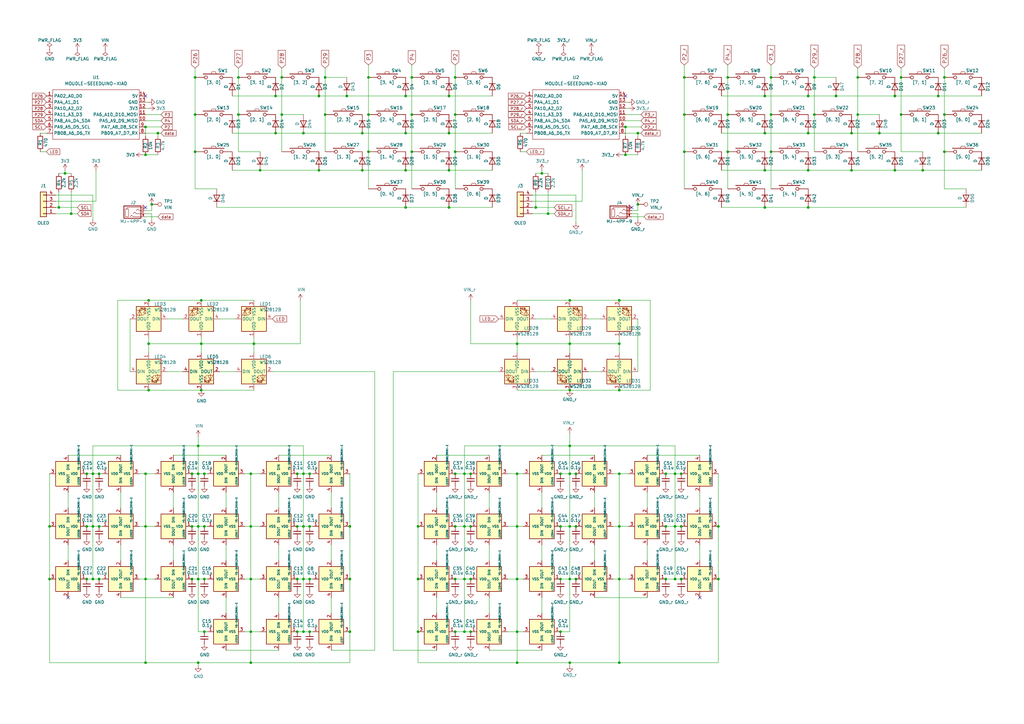
<source format=kicad_sch>
(kicad_sch (version 20231120) (generator "eeschema") (generator_version "8.0")
  (paper "A3")
  (title_block (title "coconut42") (date "2024-08-16") (rev "1.1") (company "tor-nky"))
  (junction (at 298.45 46.99))
  (junction (at 40.64 194.31))
  (junction (at 127 237.49))
  (junction (at 59.69 215.9))
  (junction (at 186.69 46.99))
  (junction (at 294.64 215.9))
  (junction (at 151.13 62.23))
  (junction (at 115.57 46.99))
  (junction (at 236.22 215.9))
  (junction (at 80.01 62.23))
  (junction (at 83.82 237.49))
  (junction (at 38.1 237.49))
  (junction (at 193.04 237.49))
  (junction (at 254 215.9))
  (junction (at 367.03 39.37))
  (junction (at 80.01 31.75))
  (junction (at 313.69 85.09))
  (junction (at 190.5 259.08))
  (junction (at 81.28 237.49))
  (junction (at 121.92 259.08))
  (junction (at 190.5 215.9))
  (junction (at 186.69 194.31))
  (junction (at 186.69 31.75))
  (junction (at 186.69 237.49))
  (junction (at 113.03 39.37))
  (junction (at 279.4 194.31))
  (junction (at 254 194.31))
  (junction (at 233.68 160.02))
  (junction (at 254 140.97))
  (junction (at 334.01 46.99))
  (junction (at 349.25 54.61))
  (junction (at 102.87 194.31))
  (junction (at 276.86 194.31))
  (junction (at 166.37 54.61))
  (junction (at 151.13 46.99))
  (junction (at 280.67 62.23))
  (junction (at 331.47 85.09))
  (junction (at 78.74 194.31))
  (junction (at 212.09 215.9))
  (junction (at 233.68 215.9))
  (junction (at 298.45 31.75))
  (junction (at 316.23 46.99))
  (junction (at 254 160.02))
  (junction (at 78.74 237.49))
  (junction (at 280.67 31.75))
  (junction (at 360.68 54.61))
  (junction (at 193.04 215.9))
  (junction (at 59.69 237.49))
  (junction (at 313.69 69.85))
  (junction (at 148.59 54.61))
  (junction (at 102.87 215.9))
  (junction (at 378.46 69.85))
  (junction (at 384.81 54.61))
  (junction (at 184.15 54.61))
  (junction (at 83.82 194.31))
  (junction (at 20.32 237.49))
  (junction (at 212.09 259.08))
  (junction (at 35.56 194.31))
  (junction (at 82.55 123.19))
  (junction (at 294.64 237.49))
  (junction (at 20.32 215.9))
  (junction (at 256.54 52.07))
  (junction (at 233.68 123.19))
  (junction (at 102.87 237.49))
  (junction (at 121.92 215.9))
  (junction (at 60.96 160.02))
  (junction (at 229.87 194.31))
  (junction (at 124.46 215.9))
  (junction (at 190.5 237.49))
  (junction (at 62.23 83.82))
  (junction (at 387.35 31.75))
  (junction (at 212.09 140.97))
  (junction (at 59.69 194.31))
  (junction (at 148.59 69.85))
  (junction (at 166.37 39.37))
  (junction (at 276.86 237.49))
  (junction (at 387.35 62.23))
  (junction (at 113.03 54.61))
  (junction (at 256.54 63.5))
  (junction (at 59.69 271.78))
  (junction (at 35.56 237.49))
  (junction (at 81.28 271.78))
  (junction (at 133.35 46.99))
  (junction (at 261.62 83.82))
  (junction (at 384.81 39.37))
  (junction (at 59.69 52.07))
  (junction (at 60.96 123.19))
  (junction (at 349.25 69.85))
  (junction (at 81.28 215.9))
  (junction (at 81.28 194.31))
  (junction (at 233.68 182.88))
  (junction (at 124.46 259.08))
  (junction (at 186.69 215.9))
  (junction (at 193.04 259.08))
  (junction (at 280.67 46.99))
  (junction (at 186.69 62.23))
  (junction (at 26.67 71.12))
  (junction (at 342.9 39.37))
  (junction (at 279.4 237.49))
  (junction (at 316.23 31.75))
  (junction (at 229.87 259.08))
  (junction (at 184.15 69.85))
  (junction (at 106.68 69.85))
  (junction (at 40.64 215.9))
  (junction (at 171.45 237.49))
  (junction (at 40.64 237.49))
  (junction (at 127 194.31))
  (junction (at 351.79 46.99))
  (junction (at 81.28 182.88))
  (junction (at 331.47 69.85))
  (junction (at 313.69 39.37))
  (junction (at 127 215.9))
  (junction (at 254 123.19))
  (junction (at 233.68 140.97))
  (junction (at 151.13 31.75))
  (junction (at 102.87 271.78))
  (junction (at 254 237.49))
  (junction (at 316.23 62.23))
  (junction (at 168.91 46.99))
  (junction (at 97.79 31.75))
  (junction (at 143.51 237.49))
  (junction (at 186.69 259.08))
  (junction (at 236.22 194.31))
  (junction (at 331.47 54.61))
  (junction (at 124.46 54.61))
  (junction (at 219.71 85.09))
  (junction (at 224.79 87.63))
  (junction (at 229.87 237.49))
  (junction (at 222.25 71.12))
  (junction (at 212.09 237.49))
  (junction (at 171.45 259.08))
  (junction (at 133.35 31.75))
  (junction (at 115.57 31.75))
  (junction (at 184.15 39.37))
  (junction (at 80.01 46.99))
  (junction (at 127 259.08))
  (junction (at 102.87 259.08))
  (junction (at 38.1 215.9))
  (junction (at 298.45 62.23))
  (junction (at 236.22 237.49))
  (junction (at 233.68 271.78))
  (junction (at 83.82 215.9))
  (junction (at 59.69 63.5))
  (junction (at 130.81 69.85))
  (junction (at 233.68 194.31))
  (junction (at 193.04 194.31))
  (junction (at 273.05 237.49))
  (junction (at 64.77 54.61))
  (junction (at 212.09 271.78))
  (junction (at 273.05 215.9))
  (junction (at 166.37 85.09))
  (junction (at 168.91 31.75))
  (junction (at 279.4 215.9))
  (junction (at 83.82 259.08))
  (junction (at 229.87 215.9))
  (junction (at 142.24 39.37))
  (junction (at 387.35 46.99))
  (junction (at 261.62 54.61))
  (junction (at 254 271.78))
  (junction (at 29.21 87.63))
  (junction (at 331.47 39.37))
  (junction (at 171.45 215.9))
  (junction (at 82.55 140.97))
  (junction (at 121.92 194.31))
  (junction (at 313.69 54.61))
  (junction (at 60.96 140.97))
  (junction (at 78.74 215.9))
  (junction (at 334.01 31.75))
  (junction (at 124.46 194.31))
  (junction (at 369.57 31.75))
  (junction (at 24.13 85.09))
  (junction (at 190.5 194.31))
  (junction (at 97.79 46.99))
  (junction (at 130.81 39.37))
  (junction (at 124.46 237.49))
  (junction (at 35.56 215.9))
  (junction (at 212.09 194.31))
  (junction (at 369.57 46.99))
  (junction (at 82.55 160.02))
  (junction (at 367.03 69.85))
  (junction (at 143.51 259.08))
  (junction (at 104.14 140.97))
  (junction (at 168.91 62.23))
  (junction (at 351.79 31.75))
  (junction (at 276.86 215.9))
  (junction (at 233.68 237.49))
  (junction (at 184.15 85.09))
  (junction (at 273.05 194.31))
  (junction (at 38.1 194.31))
  (junction (at 143.51 215.9))
  (junction (at 166.37 69.85))
  (junction (at 121.92 237.49))
  (no_connect (at 287.02 245.11))
  (no_connect (at 259.08 85.09))
  (no_connect (at 59.69 85.09))
  (no_connect (at 256.54 39.37))
  (no_connect (at 59.69 39.37))
  (no_connect (at 27.94 245.11))
  (wire (pts (xy 214.63 194.31) (xy 212.09 194.31)))
  (wire (pts (xy 83.82 259.08) (xy 85.09 259.08)))
  (wire (pts (xy 166.37 69.85) (xy 184.15 69.85)))
  (wire (pts (xy 24.13 78.74) (xy 24.13 85.09)))
  (wire (pts (xy 92.71 229.87) (xy 92.71 223.52)))
  (wire (pts (xy 80.01 27.94) (xy 80.01 31.75)))
  (wire (pts (xy 222.25 208.28) (xy 222.25 201.93)))
  (wire (pts (xy 294.64 194.31) (xy 294.64 215.9)))
  (wire (pts (xy 38.1 237.49) (xy 38.1 215.9)))
  (wire (pts (xy 186.69 237.49) (xy 190.5 237.49)))
  (wire (pts (xy 200.66 223.52) (xy 200.66 229.87)))
  (wire (pts (xy 40.64 194.31) (xy 41.91 194.31)))
  (wire (pts (xy 95.25 39.37) (xy 113.03 39.37)))
  (wire (pts (xy 97.79 62.23) (xy 106.68 62.23)))
  (wire (pts (xy 193.04 237.49) (xy 190.5 237.49)))
  (wire (pts (xy 71.12 245.11) (xy 49.53 245.11)))
  (wire (pts (xy 214.63 237.49) (xy 212.09 237.49)))
  (wire (pts (xy 106.68 69.85) (xy 130.81 69.85)))
  (wire (pts (xy 204.47 152.4) (xy 161.29 152.4)))
  (wire (pts (xy 40.64 215.9) (xy 41.91 215.9)))
  (wire (pts (xy 143.51 259.08) (xy 143.51 271.78)))
  (wire (pts (xy 22.86 87.63) (xy 29.21 87.63)))
  (wire (pts (xy 298.45 31.75) (xy 298.45 46.99)))
  (wire (pts (xy 212.09 160.02) (xy 233.68 160.02)))
  (wire (pts (xy 130.81 39.37) (xy 142.24 39.37)))
  (wire (pts (xy 151.13 62.23) (xy 151.13 77.47)))
  (wire (pts (xy 38.1 80.01) (xy 22.86 80.01)))
  (wire (pts (xy 62.23 86.36) (xy 62.23 83.82)))
  (wire (pts (xy 276.86 194.31) (xy 279.4 194.31)))
  (wire (pts (xy 24.13 85.09) (xy 31.75 85.09)))
  (wire (pts (xy 367.03 39.37) (xy 384.81 39.37)))
  (wire (pts (xy 384.81 54.61) (xy 402.59 54.61)))
  (wire (pts (xy 316.23 62.23) (xy 316.23 77.47)))
  (wire (pts (xy 111.76 152.4) (xy 153.67 152.4)))
  (wire (pts (xy 124.46 237.49) (xy 124.46 215.9)))
  (wire (pts (xy 251.46 237.49) (xy 254 237.49)))
  (wire (pts (xy 367.03 69.85) (xy 378.46 69.85)))
  (wire (pts (xy 71.12 208.28) (xy 71.12 201.93)))
  (wire (pts (xy 39.37 82.55) (xy 22.86 82.55)))
  (wire (pts (xy 218.44 80.01) (xy 236.22 80.01)))
  (wire (pts (xy 295.91 85.09) (xy 313.69 85.09)))
  (wire (pts (xy 142.24 39.37) (xy 166.37 39.37)))
  (wire (pts (xy 81.28 237.49) (xy 81.28 259.08)))
  (wire (pts (xy 124.46 237.49) (xy 127 237.49)))
  (wire (pts (xy 171.45 271.78) (xy 212.09 271.78)))
  (wire (pts (xy 256.54 52.07) (xy 256.54 55.88)))
  (wire (pts (xy 49.53 208.28) (xy 49.53 201.93)))
  (wire (pts (xy 92.71 251.46) (xy 92.71 245.11)))
  (wire (pts (xy 130.81 69.85) (xy 148.59 69.85)))
  (wire (pts (xy 100.33 215.9) (xy 102.87 215.9)))
  (wire (pts (xy 276.86 215.9) (xy 276.86 194.31)))
  (wire (pts (xy 273.05 237.49) (xy 276.86 237.49)))
  (wire (pts (xy 166.37 39.37) (xy 184.15 39.37)))
  (wire (pts (xy 254 271.78) (xy 294.64 271.78)))
  (wire (pts (xy 114.3 223.52) (xy 114.3 229.87)))
  (wire (pts (xy 262.89 46.99) (xy 256.54 46.99)))
  (wire (pts (xy 151.13 46.99) (xy 151.13 62.23)))
  (wire (pts (xy 124.46 194.31) (xy 121.92 194.31)))
  (wire (pts (xy 259.08 88.9) (xy 264.16 88.9)))
  (wire (pts (xy 193.04 215.9) (xy 190.5 215.9)))
  (wire (pts (xy 254 237.49) (xy 257.81 237.49)))
  (wire (pts (xy 190.5 194.31) (xy 193.04 194.31)))
  (wire (pts (xy 102.87 259.08) (xy 102.87 271.78)))
  (wire (pts (xy 378.46 69.85) (xy 402.59 69.85)))
  (wire (pts (xy 208.28 237.49) (xy 212.09 237.49)))
  (wire (pts (xy 124.46 194.31) (xy 124.46 215.9)))
  (wire (pts (xy 123.19 123.19) (xy 123.19 140.97)))
  (wire (pts (xy 259.08 87.63) (xy 261.62 87.63)))
  (wire (pts (xy 81.28 237.49) (xy 83.82 237.49)))
  (wire (pts (xy 179.07 223.52) (xy 179.07 229.87)))
  (wire (pts (xy 186.69 259.08) (xy 190.5 259.08)))
  (wire (pts (xy 261.62 86.36) (xy 261.62 83.82)))
  (wire (pts (xy 133.35 31.75) (xy 142.24 31.75)))
  (wire (pts (xy 124.46 259.08) (xy 124.46 237.49)))
  (wire (pts (xy 276.86 215.9) (xy 279.4 215.9)))
  (wire (pts (xy 83.82 194.31) (xy 85.09 194.31)))
  (wire (pts (xy 102.87 215.9) (xy 106.68 215.9)))
  (wire (pts (xy 20.32 237.49) (xy 20.32 271.78)))
  (wire (pts (xy 295.91 54.61) (xy 313.69 54.61)))
  (wire (pts (xy 59.69 215.9) (xy 63.5 215.9)))
  (wire (pts (xy 238.76 69.85) (xy 238.76 82.55)))
  (wire (pts (xy 214.63 215.9) (xy 212.09 215.9)))
  (wire (pts (xy 38.1 90.17) (xy 38.1 80.01)))
  (wire (pts (xy 265.43 229.87) (xy 265.43 223.52)))
  (wire (pts (xy 222.25 229.87) (xy 222.25 223.52)))
  (wire (pts (xy 39.37 69.85) (xy 39.37 82.55)))
  (wire (pts (xy 92.71 186.69) (xy 71.12 186.69)))
  (wire (pts (xy 287.02 223.52) (xy 287.02 229.87)))
  (wire (pts (xy 168.91 46.99) (xy 168.91 62.23)))
  (wire (pts (xy 222.25 186.69) (xy 243.84 186.69)))
  (wire (pts (xy 256.54 54.61) (xy 261.62 54.61)))
  (wire (pts (xy 387.35 27.94) (xy 387.35 31.75)))
  (wire (pts (xy 102.87 259.08) (xy 100.33 259.08)))
  (wire (pts (xy 59.69 63.5) (xy 64.77 63.5)))
  (wire (pts (xy 113.03 54.61) (xy 124.46 54.61)))
  (wire (pts (xy 229.87 237.49) (xy 233.68 237.49)))
  (wire (pts (xy 59.69 87.63) (xy 62.23 87.63)))
  (wire (pts (xy 82.55 140.97) (xy 104.14 140.97)))
  (wire (pts (xy 243.84 245.11) (xy 265.43 245.11)))
  (wire (pts (xy 294.64 215.9) (xy 294.64 237.49)))
  (wire (pts (xy 349.25 54.61) (xy 360.68 54.61)))
  (wire (pts (xy 219.71 130.81) (xy 226.06 130.81)))
  (wire (pts (xy 179.07 245.11) (xy 179.07 251.46)))
  (wire (pts (xy 208.28 215.9) (xy 212.09 215.9)))
  (wire (pts (xy 133.35 46.99) (xy 133.35 62.23)))
  (wire (pts (xy 351.79 27.94) (xy 351.79 31.75)))
  (wire (pts (xy 124.46 194.31) (xy 127 194.31)))
  (wire (pts (xy 193.04 123.19) (xy 193.04 140.97)))
  (wire (pts (xy 331.47 39.37) (xy 342.9 39.37)))
  (wire (pts (xy 153.67 266.7) (xy 135.89 266.7)))
  (wire (pts (xy 143.51 194.31) (xy 143.51 215.9)))
  (wire (pts (xy 92.71 208.28) (xy 92.71 201.93)))
  (wire (pts (xy 82.55 160.02) (xy 104.14 160.02)))
  (wire (pts (xy 313.69 85.09) (xy 331.47 85.09)))
  (wire (pts (xy 143.51 215.9) (xy 143.51 237.49)))
  (wire (pts (xy 254 215.9) (xy 257.81 215.9)))
  (wire (pts (xy 48.26 123.19) (xy 48.26 160.02)))
  (wire (pts (xy 276.86 194.31) (xy 276.86 182.88)))
  (wire (pts (xy 184.15 54.61) (xy 201.93 54.61)))
  (wire (pts (xy 280.67 31.75) (xy 280.67 46.99)))
  (wire (pts (xy 80.01 46.99) (xy 80.01 62.23)))
  (wire (pts (xy 127 259.08) (xy 128.27 259.08)))
  (wire (pts (xy 102.87 237.49) (xy 106.68 237.49)))
  (wire (pts (xy 133.35 27.94) (xy 133.35 31.75)))
  (wire (pts (xy 133.35 31.75) (xy 133.35 46.99)))
  (wire (pts (xy 81.28 215.9) (xy 81.28 194.31)))
  (wire (pts (xy 262.89 49.53) (xy 256.54 49.53)))
  (wire (pts (xy 298.45 46.99) (xy 298.45 62.23)))
  (wire (pts (xy 349.25 69.85) (xy 367.03 69.85)))
  (wire (pts (xy 24.13 71.12) (xy 26.67 71.12)))
  (wire (pts (xy 81.28 215.9) (xy 83.82 215.9)))
  (wire (pts (xy 59.69 88.9) (xy 64.77 88.9)))
  (wire (pts (xy 261.62 130.81) (xy 261.62 152.4)))
  (wire (pts (xy 254 237.49) (xy 254 271.78)))
  (wire (pts (xy 229.87 194.31) (xy 233.68 194.31)))
  (wire (pts (xy 97.79 31.75) (xy 97.79 46.99)))
  (wire (pts (xy 81.28 194.31) (xy 81.28 182.88)))
  (wire (pts (xy 59.69 86.36) (xy 62.23 86.36)))
  (wire (pts (xy 60.96 138.43) (xy 60.96 140.97)))
  (wire (pts (xy 104.14 138.43) (xy 104.14 140.97)))
  (wire (pts (xy 387.35 31.75) (xy 387.35 46.99)))
  (wire (pts (xy 59.69 237.49) (xy 59.69 271.78)))
  (wire (pts (xy 233.68 177.8) (xy 233.68 182.88)))
  (wire (pts (xy 80.01 31.75) (xy 80.01 46.99)))
  (wire (pts (xy 233.68 182.88) (xy 276.86 182.88)))
  (wire (pts (xy 113.03 39.37) (xy 130.81 39.37)))
  (wire (pts (xy 233.68 140.97) (xy 233.68 144.78)))
  (wire (pts (xy 200.66 245.11) (xy 200.66 251.46)))
  (wire (pts (xy 218.44 87.63) (xy 224.79 87.63)))
  (wire (pts (xy 186.69 46.99) (xy 186.69 62.23)))
  (wire (pts (xy 331.47 85.09) (xy 396.24 85.09)))
  (wire (pts (xy 200.66 201.93) (xy 200.66 208.28)))
  (wire (pts (xy 66.04 49.53) (xy 59.69 49.53)))
  (wire (pts (xy 60.96 123.19) (xy 82.55 123.19)))
  (wire (pts (xy 121.92 237.49) (xy 124.46 237.49)))
  (wire (pts (xy 20.32 194.31) (xy 20.32 215.9)))
  (wire (pts (xy 212.09 215.9) (xy 212.09 237.49)))
  (wire (pts (xy 80.01 62.23) (xy 80.01 77.47)))
  (wire (pts (xy 135.89 186.69) (xy 114.3 186.69)))
  (wire (pts (xy 186.69 26.67) (xy 186.69 31.75)))
  (wire (pts (xy 273.05 194.31) (xy 276.86 194.31)))
  (wire (pts (xy 261.62 54.61) (xy 262.89 54.61)))
  (wire (pts (xy 168.91 31.75) (xy 168.91 46.99)))
  (wire (pts (xy 48.26 160.02) (xy 60.96 160.02)))
  (wire (pts (xy 60.96 160.02) (xy 82.55 160.02)))
  (wire (pts (xy 294.64 237.49) (xy 294.64 271.78)))
  (wire (pts (xy 148.59 54.61) (xy 166.37 54.61)))
  (wire (pts (xy 153.67 152.4) (xy 153.67 266.7)))
  (wire (pts (xy 135.89 245.11) (xy 135.89 251.46)))
  (wire (pts (xy 254 215.9) (xy 251.46 215.9)))
  (wire (pts (xy 161.29 266.7) (xy 179.07 266.7)))
  (wire (pts (xy 29.21 78.74) (xy 29.21 87.63)))
  (wire (pts (xy 124.46 259.08) (xy 127 259.08)))
  (wire (pts (xy 265.43 186.69) (xy 287.02 186.69)))
  (wire (pts (xy 35.56 194.31) (xy 38.1 194.31)))
  (wire (pts (xy 38.1 194.31) (xy 40.64 194.31)))
  (wire (pts (xy 190.5 259.08) (xy 193.04 259.08)))
  (wire (pts (xy 171.45 259.08) (xy 171.45 271.78)))
  (wire (pts (xy 22.86 85.09) (xy 24.13 85.09)))
  (wire (pts (xy 261.62 87.63) (xy 261.62 90.17)))
  (wire (pts (xy 81.28 271.78) (xy 102.87 271.78)))
  (wire (pts (xy 64.77 54.61) (xy 64.77 55.88)))
  (wire (pts (xy 104.14 140.97) (xy 123.19 140.97)))
  (wire (pts (xy 80.01 77.47) (xy 88.9 77.47)))
  (wire (pts (xy 124.46 182.88) (xy 124.46 194.31)))
  (wire (pts (xy 60.96 140.97) (xy 60.96 144.78)))
  (wire (pts (xy 64.77 54.61) (xy 66.04 54.61)))
  (wire (pts (xy 256.54 41.91) (xy 257.81 41.91)))
  (wire (pts (xy 97.79 46.99) (xy 97.79 62.23)))
  (wire (pts (xy 48.26 123.19) (xy 60.96 123.19)))
  (wire (pts (xy 254 140.97) (xy 233.68 140.97)))
  (wire (pts (xy 241.3 130.81) (xy 246.38 130.81)))
  (wire (pts (xy 233.68 271.78) (xy 254 271.78)))
  (wire (pts (xy 256.54 44.45) (xy 257.81 44.45)))
  (wire (pts (xy 102.87 194.31) (xy 106.68 194.31)))
  (wire (pts (xy 35.56 215.9) (xy 38.1 215.9)))
  (wire (pts (xy 81.28 179.07) (xy 81.28 182.88)))
  (wire (pts (xy 104.14 140.97) (xy 104.14 144.78)))
  (wire (pts (xy 233.68 194.31) (xy 233.68 182.88)))
  (wire (pts (xy 35.56 237.49) (xy 38.1 237.49)))
  (wire (pts (xy 212.09 271.78) (xy 233.68 271.78)))
  (wire (pts (xy 295.91 39.37) (xy 313.69 39.37)))
  (wire (pts (xy 233.68 237.49) (xy 233.68 215.9)))
  (wire (pts (xy 224.79 78.74) (xy 224.79 87.63)))
  (wire (pts (xy 331.47 54.61) (xy 349.25 54.61)))
  (wire (pts (xy 212.09 140.97) (xy 212.09 144.78)))
  (wire (pts (xy 334.01 27.94) (xy 334.01 31.75)))
  (wire (pts (xy 57.15 215.9) (xy 59.69 215.9)))
  (wire (pts (xy 218.44 85.09) (xy 219.71 85.09)))
  (wire (pts (xy 114.3 245.11) (xy 114.3 251.46)))
  (wire (pts (xy 254 215.9) (xy 254 237.49)))
  (wire (pts (xy 316.23 46.99) (xy 316.23 62.23)))
  (wire (pts (xy 254 140.97) (xy 254 144.78)))
  (wire (pts (xy 74.93 130.81) (xy 68.58 130.81)))
  (wire (pts (xy 265.43 208.28) (xy 265.43 201.93)))
  (wire (pts (xy 124.46 215.9) (xy 127 215.9)))
  (wire (pts (xy 57.15 194.31) (xy 59.69 194.31)))
  (wire (pts (xy 114.3 201.93) (xy 114.3 208.28)))
  (wire (pts (xy 38.1 237.49) (xy 40.64 237.49)))
  (wire (pts (xy 95.25 69.85) (xy 106.68 69.85)))
  (wire (pts (xy 212.09 259.08) (xy 212.09 271.78)))
  (wire (pts (xy 254 160.02) (xy 266.7 160.02)))
  (wire (pts (xy 213.36 54.61) (xy 215.9 54.61)))
  (wire (pts (xy 95.25 54.61) (xy 113.03 54.61)))
  (wire (pts (xy 254 194.31) (xy 257.81 194.31)))
  (wire (pts (xy 342.9 39.37) (xy 367.03 39.37)))
  (wire (pts (xy 166.37 54.61) (xy 184.15 54.61)))
  (wire (pts (xy 115.57 46.99) (xy 115.57 62.23)))
  (wire (pts (xy 179.07 201.93) (xy 179.07 208.28)))
  (wire (pts (xy 38.1 215.9) (xy 38.1 194.31)))
  (wire (pts (xy 104.14 123.19) (xy 82.55 123.19)))
  (wire (pts (xy 190.5 182.88) (xy 233.68 182.88)))
  (wire (pts (xy 161.29 152.4) (xy 161.29 266.7)))
  (wire (pts (xy 115.57 46.99) (xy 124.46 46.99)))
  (wire (pts (xy 387.35 46.99) (xy 387.35 62.23)))
  (wire (pts (xy 166.37 85.09) (xy 184.15 85.09)))
  (wire (pts (xy 186.69 62.23) (xy 186.69 77.47)))
  (wire (pts (xy 219.71 78.74) (xy 219.71 85.09)))
  (wire (pts (xy 254 194.31) (xy 254 215.9)))
  (wire (pts (xy 251.46 194.31) (xy 254 194.31)))
  (wire (pts (xy 81.28 259.08) (xy 83.82 259.08)))
  (wire (pts (xy 40.64 237.49) (xy 41.91 237.49)))
  (wire (pts (xy 27.94 223.52) (xy 27.94 229.87)))
  (wire (pts (xy 58.42 63.5) (xy 59.69 63.5)))
  (wire (pts (xy 369.57 46.99) (xy 369.57 62.23)))
  (wire (pts (xy 190.5 259.08) (xy 190.5 237.49)))
  (wire (pts (xy 224.79 87.63) (xy 227.33 87.63)))
  (wire (pts (xy 212.09 123.19) (xy 233.68 123.19)))
  (wire (pts (xy 222.25 251.46) (xy 222.25 245.11)))
  (wire (pts (xy 184.15 85.09) (xy 201.93 85.09)))
  (wire (pts (xy 213.36 62.23) (xy 215.9 62.23)))
  (wire (pts (xy 295.91 69.85) (xy 313.69 69.85)))
  (wire (pts (xy 334.01 31.75) (xy 334.01 46.99)))
  (wire (pts (xy 229.87 215.9) (xy 233.68 215.9)))
  (wire (pts (xy 233.68 237.49) (xy 233.68 259.08)))
  (wire (pts (xy 222.25 71.12) (xy 224.79 71.12)))
  (wire (pts (xy 246.38 152.4) (xy 241.3 152.4)))
  (wire (pts (xy 387.35 62.23) (xy 387.35 77.47)))
  (wire (pts (xy 102.87 271.78) (xy 143.51 271.78)))
  (wire (pts (xy 16.51 62.23) (xy 19.05 62.23)))
  (wire (pts (xy 60.96 140.97) (xy 82.55 140.97)))
  (wire (pts (xy 59.69 237.49) (xy 63.5 237.49)))
  (wire (pts (xy 256.54 63.5) (xy 261.62 63.5)))
  (wire (pts (xy 236.22 80.01) (xy 236.22 91.44)))
  (wire (pts (xy 212.09 138.43) (xy 212.09 140.97)))
  (wire (pts (xy 179.07 186.69) (xy 200.66 186.69)))
  (wire (pts (xy 190.5 182.88) (xy 190.5 194.31)))
  (wire (pts (xy 102.87 194.31) (xy 102.87 215.9)))
  (wire (pts (xy 127 237.49) (xy 128.27 237.49)))
  (wire (pts (xy 26.67 69.85) (xy 26.67 71.12)))
  (wire (pts (xy 171.45 194.31) (xy 171.45 215.9)))
  (wire (pts (xy 59.69 194.31) (xy 63.5 194.31)))
  (wire (pts (xy 316.23 26.67) (xy 316.23 31.75)))
  (wire (pts (xy 114.3 266.7) (xy 92.71 266.7)))
  (wire (pts (xy 82.55 140.97) (xy 82.55 144.78)))
  (wire (pts (xy 20.32 215.9) (xy 20.32 237.49)))
  (wire (pts (xy 190.5 194.31) (xy 190.5 215.9)))
  (wire (pts (xy 97.79 27.94) (xy 97.79 31.75)))
  (wire (pts (xy 254 123.19) (xy 266.7 123.19)))
  (wire (pts (xy 59.69 194.31) (xy 59.69 215.9)))
  (wire (pts (xy 81.28 237.49) (xy 81.28 215.9)))
  (wire (pts (xy 171.45 215.9) (xy 171.45 237.49)))
  (wire (pts (xy 49.53 229.87) (xy 49.53 223.52)))
  (wire (pts (xy 96.52 130.81) (xy 90.17 130.81)))
  (wire (pts (xy 313.69 39.37) (xy 331.47 39.37)))
  (wire (pts (xy 219.71 71.12) (xy 222.25 71.12)))
  (wire (pts (xy 29.21 87.63) (xy 31.75 87.63)))
  (wire (pts (xy 208.28 259.08) (xy 212.09 259.08)))
  (wire (pts (xy 233.68 259.08) (xy 229.87 259.08)))
  (wire (pts (xy 243.84 223.52) (xy 243.84 229.87)))
  (wire (pts (xy 82.55 138.43) (xy 82.55 140.97)))
  (wire (pts (xy 38.1 215.9) (xy 40.64 215.9)))
  (wire (pts (xy 369.57 31.75) (xy 369.57 46.99)))
  (wire (pts (xy 360.68 54.61) (xy 384.81 54.61)))
  (wire (pts (xy 115.57 31.75) (xy 115.57 46.99)))
  (wire (pts (xy 313.69 69.85) (xy 331.47 69.85)))
  (wire (pts (xy 186.69 215.9) (xy 190.5 215.9)))
  (wire (pts (xy 102.87 259.08) (xy 106.68 259.08)))
  (wire (pts (xy 256.54 52.07) (xy 262.89 52.07)))
  (wire (pts (xy 83.82 237.49) (xy 85.09 237.49)))
  (wire (pts (xy 78.74 237.49) (xy 81.28 237.49)))
  (wire (pts (xy 59.69 271.78) (xy 81.28 271.78)))
  (wire (pts (xy 219.71 85.09) (xy 227.33 85.09)))
  (wire (pts (xy 266.7 123.19) (xy 266.7 160.02)))
  (wire (pts (xy 351.79 46.99) (xy 360.68 46.99)))
  (wire (pts (xy 121.92 215.9) (xy 124.46 215.9)))
  (wire (pts (xy 100.33 237.49) (xy 102.87 237.49)))
  (wire (pts (xy 102.87 237.49) (xy 102.87 259.08)))
  (wire (pts (xy 78.74 194.31) (xy 81.28 194.31)))
  (wire (pts (xy 384.81 39.37) (xy 402.59 39.37)))
  (wire (pts (xy 369.57 27.94) (xy 369.57 31.75)))
  (wire (pts (xy 151.13 31.75) (xy 151.13 46.99)))
  (wire (pts (xy 59.69 44.45) (xy 60.96 44.45)))
  (wire (pts (xy 276.86 237.49) (xy 279.4 237.49)))
  (wire (pts (xy 59.69 215.9) (xy 59.69 237.49)))
  (wire (pts (xy 259.08 86.36) (xy 261.62 86.36)))
  (wire (pts (xy 287.02 201.93) (xy 287.02 208.28)))
  (wire (pts (xy 331.47 69.85) (xy 349.25 69.85)))
  (wire (pts (xy 62.23 87.63) (xy 62.23 90.17)))
  (wire (pts (xy 143.51 237.49) (xy 143.51 259.08)))
  (wire (pts (xy 261.62 54.61) (xy 261.62 55.88)))
  (wire (pts (xy 88.9 85.09) (xy 166.37 85.09)))
  (wire (pts (xy 369.57 62.23) (xy 378.46 62.23)))
  (wire (pts (xy 298.45 26.67) (xy 298.45 31.75)))
  (wire (pts (xy 71.12 223.52) (xy 71.12 229.87)))
  (wire (pts (xy 212.09 140.97) (xy 233.68 140.97)))
  (wire (pts (xy 351.79 46.99) (xy 351.79 62.23)))
  (wire (pts (xy 313.69 54.61) (xy 331.47 54.61)))
  (wire (pts (xy 334.01 31.75) (xy 342.9 31.75)))
  (wire (pts (xy 233.68 271.78) (xy 233.68 273.05)))
  (wire (pts (xy 184.15 69.85) (xy 201.93 69.85)))
  (wire (pts (xy 27.94 201.93) (xy 27.94 208.28)))
  (wire (pts (xy 236.22 237.49) (xy 233.68 237.49)))
  (wire (pts (xy 90.17 152.4) (xy 96.52 152.4)))
  (wire (pts (xy 135.89 223.52) (xy 135.89 229.87)))
  (wire (pts (xy 233.68 215.9) (xy 233.68 194.31)))
  (wire (pts (xy 59.69 271.78) (xy 20.32 271.78)))
  (wire (pts (xy 200.66 266.7) (xy 222.25 266.7)))
  (wire (pts (xy 151.13 26.67) (xy 151.13 31.75)))
  (wire (pts (xy 351.79 31.75) (xy 351.79 46.99)))
  (wire (pts (xy 238.76 82.55) (xy 218.44 82.55)))
  (wire (pts (xy 208.28 194.31) (xy 212.09 194.31)))
  (wire (pts (xy 171.45 237.49) (xy 171.45 259.08)))
  (wire (pts (xy 59.69 52.07) (xy 66.04 52.07)))
  (wire (pts (xy 186.69 31.75) (xy 186.69 46.99)))
  (wire (pts (xy 49.53 186.69) (xy 27.94 186.69)))
  (wire (pts (xy 254 138.43) (xy 254 140.97)))
  (wire (pts (xy 26.67 71.12) (xy 29.21 71.12)))
  (wire (pts (xy 276.86 237.49) (xy 276.86 215.9)))
  (wire (pts (xy 59.69 52.07) (xy 59.69 55.88)))
  (wire (pts (xy 387.35 77.47) (xy 396.24 77.47)))
  (wire (pts (xy 298.45 62.23) (xy 298.45 77.47)))
  (wire (pts (xy 233.68 160.02) (xy 254 160.02)))
  (wire (pts (xy 81.28 271.78) (xy 81.28 273.05)))
  (wire (pts (xy 255.27 63.5) (xy 256.54 63.5)))
  (wire (pts (xy 280.67 62.23) (xy 280.67 77.47)))
  (wire (pts (xy 233.68 215.9) (xy 236.22 215.9)))
  (wire (pts (xy 280.67 26.67) (xy 280.67 31.75)))
  (wire (pts (xy 243.84 208.28) (xy 243.84 201.93)))
  (wire (pts (xy 280.67 46.99) (xy 280.67 62.23)))
  (wire (pts (xy 68.58 152.4) (xy 74.93 152.4)))
  (wire (pts (xy 81.28 182.88) (xy 124.46 182.88)))
  (wire (pts (xy 212.09 237.49) (xy 212.09 259.08)))
  (wire (pts (xy 124.46 259.08) (xy 121.92 259.08)))
  (wire (pts (xy 102.87 215.9) (xy 102.87 237.49)))
  (wire (pts (xy 115.57 27.94) (xy 115.57 31.75)))
  (wire (pts (xy 127 215.9) (xy 128.27 215.9)))
  (wire (pts (xy 38.1 194.31) (xy 38.1 182.88)))
  (wire (pts (xy 186.69 194.31) (xy 190.5 194.31)))
  (wire (pts (xy 148.59 69.85) (xy 166.37 69.85)))
  (wire (pts (xy 66.04 46.99) (xy 59.69 46.99)))
  (wire (pts (xy 127 194.31) (xy 128.27 194.31)))
  (wire (pts (xy 273.05 215.9) (xy 276.86 215.9)))
  (wire (pts (xy 135.89 201.93) (xy 135.89 208.28)))
  (wire (pts (xy 100.33 194.31) (xy 102.87 194.31)))
  (wire (pts (xy 124.46 54.61) (xy 148.59 54.61)))
  (wire (pts (xy 212.09 259.08) (xy 214.63 259.08)))
  (wire (pts (xy 168.91 26.67) (xy 168.91 31.75)))
  (wire (pts (xy 316.23 31.75) (xy 316.23 46.99)))
  (wire (pts (xy 226.06 152.4) (xy 219.71 152.4)))
  (wire (pts (xy 16.51 54.61) (xy 19.05 54.61)))
  (wire (pts (xy 83.82 215.9) (xy 85.09 215.9)))
  (wire (pts (xy 190.5 237.49) (xy 190.5 215.9)))
  (wire (pts (xy 57.15 237.49) (xy 59.69 237.49)))
  (wire (pts (xy 334.01 46.99) (xy 334.01 62.23)))
  (wire (pts (xy 81.28 182.88) (xy 38.1 182.88)))
  (wire (pts (xy 59.69 54.61) (xy 64.77 54.61)))
  (wire (pts (xy 233.68 194.31) (xy 236.22 194.31)))
  (wire (pts (xy 212.09 194.31) (xy 212.09 215.9)))
  (wire (pts (xy 59.69 41.91) (xy 60.96 41.91)))
  (wire (pts (xy 233.68 138.43) (xy 233.68 140.97)))
  (wire (pts (xy 233.68 123.19) (xy 254 123.19)))
  (wire (pts (xy 81.28 194.31) (xy 83.82 194.31)))
  (wire (pts (xy 168.91 62.23) (xy 168.91 77.47)))
  (wire (pts (xy 78.74 215.9) (xy 81.28 215.9)))
  (wire (pts (xy 53.34 130.81) (xy 53.34 152.4)))
  (wire (pts (xy 184.15 39.37) (xy 201.93 39.37)))
  (wire (pts (xy 193.04 140.97) (xy 212.09 140.97)))
  (wire (pts (xy 222.25 69.85) (xy 222.25 71.12)))
  (global_label "LED" (shape input) (at 19.05 62.23 0) (effects (font (size 1.1938 1.1938))) (property "Intersheetrefs" "${INTERSHEET_REFS}" (effects (hide yes))))
  (global_label "P26" (shape input) (at 80.01 27.94 90) (effects (font (size 1.524 1.524))) (property "Intersheetrefs" "${INTERSHEET_REFS}" (effects (hide yes))))
  (global_label "P29" (shape input) (at 19.05 46.99 180) (effects (font (size 1.1938 1.1938))) (property "Intersheetrefs" "${INTERSHEET_REFS}" (effects (hide yes))))
  (global_label "SCL_r" (shape input) (at 227.33 85.09 0) (effects (font (size 1.1938 1.1938))) (property "Intersheetrefs" "${INTERSHEET_REFS}" (effects (hide yes))))
  (global_label "P27_r" (shape input) (at 215.9 41.91 180) (effects (font (size 1.1938 1.1938))) (property "Intersheetrefs" "${INTERSHEET_REFS}" (effects (hide yes))))
  (global_label "P26_r" (shape input) (at 215.9 39.37 180) (effects (font (size 1.1938 1.1938))) (property "Intersheetrefs" "${INTERSHEET_REFS}" (effects (hide yes))))
  (global_label "P27" (shape input) (at 19.05 41.91 180) (effects (font (size 1.1938 1.1938))) (property "Intersheetrefs" "${INTERSHEET_REFS}" (effects (hide yes))))
  (global_label "P27" (shape input) (at 97.79 27.94 90) (effects (font (size 1.524 1.524))) (property "Intersheetrefs" "${INTERSHEET_REFS}" (effects (hide yes))))
  (global_label "P2_r" (shape input) (at 280.67 26.67 90) (effects (font (size 1.524 1.524))) (property "Intersheetrefs" "${INTERSHEET_REFS}" (effects (hide yes))))
  (global_label "SCL" (shape input) (at 19.05 52.07 180) (effects (font (size 1.1938 1.1938))) (property "Intersheetrefs" "${INTERSHEET_REFS}" (effects (hide yes))))
  (global_label "LED_r" (shape input) (at 204.47 130.81 180) (property "Intersheetrefs" "${INTERSHEET_REFS}" (effects (hide yes))))
  (global_label "SCL" (shape input) (at 31.75 85.09 0) (effects (font (size 1.1938 1.1938))) (property "Intersheetrefs" "${INTERSHEET_REFS}" (effects (hide yes))))
  (global_label "SDA" (shape input) (at 31.75 87.63 0) (effects (font (size 1.1938 1.1938))) (property "Intersheetrefs" "${INTERSHEET_REFS}" (effects (hide yes))))
  (global_label "P4" (shape input) (at 66.04 49.53 0) (effects (font (size 1.1938 1.1938))) (property "Intersheetrefs" "${INTERSHEET_REFS}" (effects (hide yes))))
  (global_label "P28" (shape input) (at 115.57 27.94 90) (effects (font (size 1.524 1.524))) (property "Intersheetrefs" "${INTERSHEET_REFS}" (effects (hide yes))))
  (global_label "P2" (shape input) (at 66.04 52.07 0) (effects (font (size 1.1938 1.1938))) (property "Intersheetrefs" "${INTERSHEET_REFS}" (effects (hide yes))))
  (global_label "SCL_r" (shape input) (at 215.9 52.07 180) (effects (font (size 1.1938 1.1938))) (property "Intersheetrefs" "${INTERSHEET_REFS}" (effects (hide yes))))
  (global_label "LED_r" (shape input) (at 215.9 62.23 0) (effects (font (size 1.1938 1.1938))) (property "Intersheetrefs" "${INTERSHEET_REFS}" (effects (hide yes))))
  (global_label "SDA_r" (shape input) (at 215.9 49.53 180) (effects (font (size 1.1938 1.1938))) (property "Intersheetrefs" "${INTERSHEET_REFS}" (effects (hide yes))))
  (global_label "P28" (shape input) (at 19.05 44.45 180) (effects (font (size 1.1938 1.1938))) (property "Intersheetrefs" "${INTERSHEET_REFS}" (effects (hide yes))))
  (global_label "P28_r" (shape input) (at 351.79 27.94 90) (effects (font (size 1.524 1.524))) (property "Intersheetrefs" "${INTERSHEET_REFS}" (effects (hide yes))))
  (global_label "data" (shape input) (at 64.77 88.9 0) (effects (font (size 1.1938 1.1938))) (property "Intersheetrefs" "${INTERSHEET_REFS}" (effects (hide yes))))
  (global_label "P3_r" (shape input) (at 262.89 46.99 0) (effects (font (size 1.1938 1.1938))) (property "Intersheetrefs" "${INTERSHEET_REFS}" (effects (hide yes))))
  (global_label "P29_r" (shape input) (at 334.01 27.94 90) (effects (font (size 1.524 1.524))) (property "Intersheetrefs" "${INTERSHEET_REFS}" (effects (hide yes))))
  (global_label "P4" (shape input) (at 168.91 26.67 90) (effects (font (size 1.524 1.524))) (property "Intersheetrefs" "${INTERSHEET_REFS}" (effects (hide yes))))
  (global_label "P27_r" (shape input) (at 369.57 27.94 90) (effects (font (size 1.524 1.524))) (property "Intersheetrefs" "${INTERSHEET_REFS}" (effects (hide yes))))
  (global_label "P4_r" (shape input) (at 298.45 26.67 90) (effects (font (size 1.524 1.524))) (property "Intersheetrefs" "${INTERSHEET_REFS}" (effects (hide yes))))
  (global_label "P3" (shape input) (at 151.13 26.67 90) (effects (font (size 1.524 1.524))) (property "Intersheetrefs" "${INTERSHEET_REFS}" (effects (hide yes))))
  (global_label "P29_r" (shape input) (at 215.9 46.99 180) (effects (font (size 1.1938 1.1938))) (property "Intersheetrefs" "${INTERSHEET_REFS}" (effects (hide yes))))
  (global_label "P4_r" (shape input) (at 262.89 49.53 0) (effects (font (size 1.1938 1.1938))) (property "Intersheetrefs" "${INTERSHEET_REFS}" (effects (hide yes))))
  (global_label "data_r" (shape input) (at 262.89 54.61 0) (effects (font (size 1.1938 1.1938))) (property "Intersheetrefs" "${INTERSHEET_REFS}" (effects (hide yes))))
  (global_label "P2" (shape input) (at 186.69 26.67 90) (effects (font (size 1.524 1.524))) (property "Intersheetrefs" "${INTERSHEET_REFS}" (effects (hide yes))))
  (global_label "data_r" (shape input) (at 264.16 88.9 0) (effects (font (size 1.1938 1.1938))) (property "Intersheetrefs" "${INTERSHEET_REFS}" (effects (hide yes))))
  (global_label "P26_r" (shape input) (at 387.35 27.94 90) (effects (font (size 1.524 1.524))) (property "Intersheetrefs" "${INTERSHEET_REFS}" (effects (hide yes))))
  (global_label "data" (shape input) (at 66.04 54.61 0) (effects (font (size 1.1938 1.1938))) (property "Intersheetrefs" "${INTERSHEET_REFS}" (effects (hide yes))))
  (global_label "P28_r" (shape input) (at 215.9 44.45 180) (effects (font (size 1.1938 1.1938))) (property "Intersheetrefs" "${INTERSHEET_REFS}" (effects (hide yes))))
  (global_label "P2_r" (shape input) (at 262.89 52.07 0) (effects (font (size 1.1938 1.1938))) (property "Intersheetrefs" "${INTERSHEET_REFS}" (effects (hide yes))))
  (global_label "SDA" (shape input) (at 19.05 49.53 180) (effects (font (size 1.1938 1.1938))) (property "Intersheetrefs" "${INTERSHEET_REFS}" (effects (hide yes))))
  (global_label "P26" (shape input) (at 19.05 39.37 180) (effects (font (size 1.1938 1.1938))) (property "Intersheetrefs" "${INTERSHEET_REFS}" (effects (hide yes))))
  (global_label "SDA_r" (shape input) (at 227.33 87.63 0) (effects (font (size 1.1938 1.1938))) (property "Intersheetrefs" "${INTERSHEET_REFS}" (effects (hide yes))))
  (global_label "P3_r" (shape input) (at 316.23 26.67 90) (effects (font (size 1.524 1.524))) (property "Intersheetrefs" "${INTERSHEET_REFS}" (effects (hide yes))))
  (global_label "LED" (shape input) (at 111.76 130.81 0) (property "Intersheetrefs" "${INTERSHEET_REFS}" (effects (hide yes))))
  (global_label "P29" (shape input) (at 133.35 27.94 90) (effects (font (size 1.524 1.524))) (property "Intersheetrefs" "${INTERSHEET_REFS}" (effects (hide yes))))
  (global_label "P3" (shape input) (at 66.04 46.99 0) (effects (font (size 1.1938 1.1938))) (property "Intersheetrefs" "${INTERSHEET_REFS}" (effects (hide yes))))
  (symbol (lib_id "kbd:SW_PUSH") (at 105.41 31.75 0) (unit 1)
    (property "Reference" "SW2" (at 109.22 28.956 0))
    (property "Value" "[3, 1]" (at 105.41 33.782 0))
    (property "Footprint" "kbd:CherryMX_Hotswap" (effects (hide yes)))
  )
  (symbol (lib_id "kbd:SW_PUSH") (at 123.19 31.75 0) (unit 1)
    (property "Reference" "SW3" (at 127 28.956 0))
    (property "Value" "[3, 2]" (at 123.19 33.782 0))
    (property "Footprint" "kbd:CherryMX_Hotswap" (effects (hide yes)))
  )
  (symbol (lib_id "Device:D") (at 166.37 35.56 270) (unit 1)
    (property "Reference" "D4" (at 168.91 35.56 0))
    (property "Value" "D" (at 163.83 35.56 0))
    (property "Footprint" "kbd:D3_SMD_v2" (effects (hide yes)))
    (property "Description" "Diode" (effects (hide yes)))
    (property "Sim.Device" "D" (effects (hide yes)))
    (property "Sim.Pins" "1=K 2=A" (effects (hide yes)))
  )
  (symbol (lib_id "kbd:SW_PUSH") (at 158.75 31.75 0) (unit 1)
    (property "Reference" "SW4" (at 162.56 28.956 0))
    (property "Value" "[3, 4]" (at 158.75 33.782 0))
    (property "Footprint" "kbd:CherryMX_Hotswap" (effects (hide yes)))
  )
  (symbol (lib_id "Device:D") (at 130.81 35.56 270) (unit 1)
    (property "Reference" "D3" (at 133.35 35.56 0))
    (property "Value" "D" (at 128.27 35.56 0))
    (property "Footprint" "kbd:D3_SMD_v2" (effects (hide yes)))
    (property "Description" "Diode" (effects (hide yes)))
    (property "Sim.Device" "D" (effects (hide yes)))
    (property "Sim.Pins" "1=K 2=A" (effects (hide yes)))
  )
  (symbol (lib_id "Device:D") (at 113.03 35.56 270) (unit 1)
    (property "Reference" "D2" (at 115.57 35.56 0))
    (property "Value" "D" (at 110.49 35.56 0))
    (property "Footprint" "kbd:D3_SMD_v2" (effects (hide yes)))
    (property "Description" "Diode" (effects (hide yes)))
    (property "Sim.Device" "D" (effects (hide yes)))
    (property "Sim.Pins" "1=K 2=A" (effects (hide yes)))
  )
  (symbol (lib_id "Device:D") (at 201.93 35.56 270) (unit 1)
    (property "Reference" "D6" (at 204.47 35.56 0))
    (property "Value" "D" (at 199.39 35.56 0))
    (property "Footprint" "kbd:D3_SMD_v2" (effects (hide yes)))
    (property "Description" "Diode" (effects (hide yes)))
    (property "Sim.Device" "D" (effects (hide yes)))
    (property "Sim.Pins" "1=K 2=A" (effects (hide yes)))
  )
  (symbol (lib_id "Device:D") (at 184.15 50.8 270) (unit 1)
    (property "Reference" "D17" (at 186.69 50.8 0))
    (property "Value" "D" (at 181.61 50.8 0))
    (property "Footprint" "kbd:D3_SMD_v2" (effects (hide yes)))
    (property "Description" "Diode" (effects (hide yes)))
    (property "Sim.Device" "D" (effects (hide yes)))
    (property "Sim.Pins" "1=K 2=A" (effects (hide yes)))
  )
  (symbol (lib_id "kbd:SW_PUSH") (at 140.97 46.99 0) (unit 1)
    (property "Reference" "SW15" (at 144.78 44.196 0))
    (property "Value" "[2, 3]" (at 140.97 49.022 0))
    (property "Footprint" "kbd:CherryMX_Hotswap" (effects (hide yes)))
  )
  (symbol (lib_id "kbd:SW_PUSH") (at 176.53 46.99 0) (unit 1)
    (property "Reference" "SW17" (at 180.34 44.196 0))
    (property "Value" "[2, 5]" (at 176.53 49.022 0))
    (property "Footprint" "kbd:CherryMX_Hotswap" (effects (hide yes)))
  )
  (symbol (lib_id "Device:D") (at 148.59 50.8 270) (unit 1)
    (property "Reference" "D15" (at 151.13 50.8 0))
    (property "Value" "D" (at 146.05 50.8 0))
    (property "Footprint" "kbd:D3_SMD_v2" (effects (hide yes)))
    (property "Description" "Diode" (effects (hide yes)))
    (property "Sim.Device" "D" (effects (hide yes)))
    (property "Sim.Pins" "1=K 2=A" (effects (hide yes)))
  )
  (symbol (lib_id "kbd:SW_PUSH") (at 87.63 46.99 0) (unit 1)
    (property "Reference" "SW13" (at 91.44 44.196 0))
    (property "Value" "[2, 0]" (at 87.63 49.022 0))
    (property "Footprint" "kbd:CherryMX_Hotswap" (effects (hide yes)))
  )
  (symbol (lib_id "Device:D") (at 201.93 50.8 270) (unit 1)
    (property "Reference" "D18" (at 204.47 50.8 0))
    (property "Value" "D" (at 199.39 50.8 0))
    (property "Footprint" "kbd:D3_SMD_v2" (effects (hide yes)))
    (property "Description" "Diode" (effects (hide yes)))
    (property "Sim.Device" "D" (effects (hide yes)))
    (property "Sim.Pins" "1=K 2=A" (effects (hide yes)))
  )
  (symbol (lib_id "Device:D") (at 184.15 66.04 270) (unit 1)
    (property "Reference" "D29" (at 186.69 66.04 0))
    (property "Value" "D" (at 181.61 66.04 0))
    (property "Footprint" "kbd:D3_SMD_v2" (effects (hide yes)))
    (property "Description" "Diode" (effects (hide yes)))
    (property "Sim.Device" "D" (effects (hide yes)))
    (property "Sim.Pins" "1=K 2=A" (effects (hide yes)))
  )
  (symbol (lib_id "Device:D") (at 166.37 66.04 270) (unit 1)
    (property "Reference" "D28" (at 168.91 66.04 0))
    (property "Value" "D" (at 163.83 66.04 0))
    (property "Footprint" "kbd:D3_SMD_v2" (effects (hide yes)))
    (property "Description" "Diode" (effects (hide yes)))
    (property "Sim.Device" "D" (effects (hide yes)))
    (property "Sim.Pins" "1=K 2=A" (effects (hide yes)))
  )
  (symbol (lib_id "kbd:SW_PUSH") (at 158.75 62.23 0) (unit 1)
    (property "Reference" "SW28" (at 162.56 59.436 0))
    (property "Value" "[1, 4]" (at 158.75 64.262 0))
    (property "Footprint" "kbd:CherryMX_Hotswap" (effects (hide yes)))
  )
  (symbol (lib_id "kbd:SW_PUSH") (at 176.53 62.23 0) (unit 1)
    (property "Reference" "SW29" (at 180.34 59.436 0))
    (property "Value" "[1, 5]" (at 176.53 64.262 0))
    (property "Footprint" "kbd:CherryMX_Hotswap" (effects (hide yes)))
  )
  (symbol (lib_id "kbd:SW_PUSH") (at 87.63 62.23 0) (unit 1)
    (property "Reference" "SW25" (at 91.44 59.436 0))
    (property "Value" "[1, 0]" (at 87.63 64.262 0))
    (property "Footprint" "kbd:CherryMX_Hotswap" (effects (hide yes)))
  )
  (symbol (lib_id "Device:D") (at 201.93 66.04 270) (unit 1)
    (property "Reference" "D30" (at 204.47 66.04 0))
    (property "Value" "D" (at 199.39 66.04 0))
    (property "Footprint" "kbd:D3_SMD_v2" (effects (hide yes)))
    (property "Description" "Diode" (effects (hide yes)))
    (property "Sim.Device" "D" (effects (hide yes)))
    (property "Sim.Pins" "1=K 2=A" (effects (hide yes)))
  )
  (symbol (lib_id "kbd:SW_PUSH") (at 158.75 77.47 0) (unit 1)
    (property "Reference" "SW37" (at 162.56 74.676 0))
    (property "Value" "[0, 4]" (at 158.75 79.502 0))
    (property "Footprint" "kbd:CherryMX_Hotswap" (effects (hide yes)))
  )
  (symbol (lib_id "Device:D") (at 184.15 81.28 270) (unit 1)
    (property "Reference" "D38" (at 186.69 81.28 0))
    (property "Value" "D" (at 181.61 81.28 0))
    (property "Footprint" "kbd:D3_SMD_v2" (effects (hide yes)))
    (property "Description" "Diode" (effects (hide yes)))
    (property "Sim.Device" "D" (effects (hide yes)))
    (property "Sim.Pins" "1=K 2=A" (effects (hide yes)))
  )
  (symbol (lib_id "kbd:SW_PUSH") (at 176.53 77.47 0) (unit 1)
    (property "Reference" "SW38" (at 180.34 74.676 0))
    (property "Value" "[0, 5]" (at 176.53 79.502 0))
    (property "Footprint" "kbd:CherryMX_Hotswap" (effects (hide yes)))
  )
  (symbol (lib_id "Device:D") (at 166.37 81.28 270) (unit 1)
    (property "Reference" "D37" (at 168.91 81.28 0))
    (property "Value" "D" (at 163.83 81.28 0))
    (property "Footprint" "kbd:D3_SMD_v2" (effects (hide yes)))
    (property "Description" "Diode" (effects (hide yes)))
    (property "Sim.Device" "D" (effects (hide yes)))
    (property "Sim.Pins" "1=K 2=A" (effects (hide yes)))
  )
  (symbol (lib_id "Device:D") (at 201.93 81.28 270) (unit 1)
    (property "Reference" "D39" (at 204.47 81.28 0))
    (property "Value" "D" (at 199.39 81.28 0))
    (property "Footprint" "kbd:D3_SMD_v2" (effects (hide yes)))
    (property "Description" "Diode" (effects (hide yes)))
    (property "Sim.Device" "D" (effects (hide yes)))
    (property "Sim.Pins" "1=K 2=A" (effects (hide yes)))
  )
  (symbol (lib_id "power:GND") (at 20.32 20.32 0) (unit 1)
    (property "Reference" "#PWR018" (effects (hide yes)))
    (property "Value" "GND" (at 20.32 24.13 0))
    (property "Description" "Power symbol creates a global label with name \"GND\" , ground" (effects (hide yes)))
  )
  (symbol (lib_id "power:PWR_FLAG") (at 20.32 20.32 0) (unit 1)
    (property "Reference" "#FLG04" (effects (hide yes)))
    (property "Value" "PWR_FLAG" (at 20.32 16.51 0))
    (property "Description" "Special symbol for telling ERC where power comes from" (effects (hide yes)))
  )
  (symbol (lib_id "power:VCC") (at 62.23 83.82 0) (unit 1)
    (property "Reference" "#PWR09" (effects (hide yes)))
    (property "Value" "VIN" (at 62.23 80.01 0))
    (property "Description" "Power symbol creates a global label with name \"VCC\"" (effects (hide yes)))
  )
  (symbol (lib_id "power:GND") (at 62.23 90.17 0) (unit 1)
    (property "Reference" "#PWR012" (effects (hide yes)))
    (property "Value" "GND" (at 62.23 93.98 0))
    (property "Description" "Power symbol creates a global label with name \"GND\" , ground" (effects (hide yes)))
  )
  (symbol (lib_id "Connector_Generic:Conn_01x04") (at 17.78 85.09 180) (unit 1)
    (property "Reference" "J1" (at 17.78 76.2 0))
    (property "Value" "OLED" (at 17.78 91.44 0))
    (property "Footprint" "kbd:OLED_1side" (effects (hide yes)))
    (property "Description" "Generic connector, single row, 01x04, script generated (kicad-library-utils/schlib/autogen/connector/)" (effects (hide yes)))
  )
  (symbol (lib_id "power:GND") (at 38.1 90.17 0) (unit 1)
    (property "Reference" "#PWR011" (effects (hide yes)))
    (property "Value" "GND" (at 38.1 93.98 0))
    (property "Description" "Power symbol creates a global label with name \"GND\" , ground" (effects (hide yes)))
  )
  (symbol (lib_id "power:VCC") (at 39.37 69.85 0) (unit 1)
    (property "Reference" "#PWR07" (effects (hide yes)))
    (property "Value" "3V3" (at 39.37 66.04 0))
    (property "Description" "Power symbol creates a global label with name \"VCC\"" (effects (hide yes)))
  )
  (symbol (lib_id "kbd:MJ-4PP-9") (at 54.61 86.995 0) (unit 1)
    (property "Reference" "J2" (at 54.61 83.185 0))
    (property "Value" "MJ-4PP-9" (at 54.61 90.805 0))
    (property "Footprint" "kbd:MJ-4PP-9_1side" (effects (hide yes)))
    (property "Description" "4-pin (audio) jack receptable (stereo + 4th pin/TRRS connector), compatible with PJ320A" (effects (hide yes)))
  )
  (symbol (lib_id "Connector_Generic:Conn_01x04") (at 213.36 85.09 180) (unit 1)
    (property "Reference" "J3" (at 213.36 76.2 0))
    (property "Value" "OLED" (at 213.36 91.44 0))
    (property "Footprint" "kbd:OLED_1side" (effects (hide yes)))
    (property "Description" "Generic connector, single row, 01x04, script generated (kicad-library-utils/schlib/autogen/connector/)" (effects (hide yes)))
  )
  (symbol (lib_id "power:GNDA") (at 236.22 91.44 0) (unit 1)
    (property "Reference" "#PWR013" (effects (hide yes)))
    (property "Value" "GND_r" (at 236.22 95.25 0))
    (property "Description" "Power symbol creates a global label with name \"GNDA\" , analog ground" (effects (hide yes)))
  )
  (symbol (lib_id "power:VDD") (at 238.76 69.85 0) (unit 1)
    (property "Reference" "#PWR08" (effects (hide yes)))
    (property "Value" "3V3_r" (at 239.014 66.04 0))
    (property "Description" "Power symbol creates a global label with name \"VDD\"" (effects (hide yes)))
  )
  (symbol (lib_id "power:PWR_FLAG") (at 242.57 20.32 180) (unit 1)
    (property "Reference" "#FLG02" (effects (hide yes)))
    (property "Value" "PWR_FLAG" (at 242.57 24.13 0))
    (property "Description" "Special symbol for telling ERC where power comes from" (effects (hide yes)))
  )
  (symbol (lib_id "power:VDD") (at 242.57 20.32 0) (unit 1)
    (property "Reference" "#PWR016" (effects (hide yes)))
    (property "Value" "VIN_r" (at 242.57 16.51 0))
    (property "Description" "Power symbol creates a global label with name \"VDD\"" (effects (hide yes)))
  )
  (symbol (lib_id "power:GNDA") (at 220.98 20.32 0) (unit 1)
    (property "Reference" "#PWR015" (effects (hide yes)))
    (property "Value" "GND_r" (at 220.98 24.13 0))
    (property "Description" "Power symbol creates a global label with name \"GNDA\" , analog ground" (effects (hide yes)))
  )
  (symbol (lib_id "power:PWR_FLAG") (at 220.98 20.32 0) (unit 1)
    (property "Reference" "#FLG01" (effects (hide yes)))
    (property "Value" "PWR_FLAG" (at 220.98 16.51 0))
    (property "Description" "Special symbol for telling ERC where power comes from" (effects (hide yes)))
  )
  (symbol (lib_id "kbd:YS-SK6812MINI-E") (at 27.94 194.31 270) (unit 1)
    (property "Reference" "LED25" (at 32.258 195.58 0) (effects (font (size 0.7366 0.7366)) (justify left)))
    (property "Value" "YS-SK6812MINI-E" (at 32.258 182.372 0) (effects (font (size 0.7366 0.7366)) (justify left)))
    (property "Footprint" "kbd:YS-SK6812MINI-E" (effects (hide yes)))
  )
  (symbol (lib_id "LED:WS2812B") (at 104.14 130.81 180) (unit 1)
    (property "Reference" "LED1" (at 106.426 124.6886 0) (effects (justify right)))
    (property "Value" "WS2812B" (at 106.426 127 0) (effects (justify right)))
    (property "Footprint" "LED_SMD:LED_WS2812B_PLCC4_5.0x5.0mm_P3.2mm" (effects (hide yes)))
    (property "Datasheet" "https://cdn-shop.adafruit.com/datasheets/WS2812B.pdf" (effects (hide yes)))
    (property "Description" "RGB LED with integrated controller" (effects (hide yes)))
  )
  (symbol (lib_id "LED:WS2812B") (at 82.55 130.81 180) (unit 1)
    (property "Reference" "LED2" (at 84.836 124.6886 0) (effects (justify right)))
    (property "Value" "WS2812B" (at 84.836 127 0) (effects (justify right)))
    (property "Footprint" "LED_SMD:LED_WS2812B_PLCC4_5.0x5.0mm_P3.2mm" (effects (hide yes)))
    (property "Datasheet" "https://cdn-shop.adafruit.com/datasheets/WS2812B.pdf" (effects (hide yes)))
    (property "Description" "RGB LED with integrated controller" (effects (hide yes)))
  )
  (symbol (lib_id "kbd:YS-SK6812MINI-E") (at 49.53 194.31 90) (unit 1)
    (property "Reference" "LED24" (at 53.848 199.136 0) (effects (font (size 0.7366 0.7366)) (justify left)))
    (property "Value" "YS-SK6812MINI-E" (at 53.848 192.786 0) (effects (font (size 0.7366 0.7366)) (justify left)))
    (property "Footprint" "kbd:YS-SK6812MINI-E" (effects (hide yes)))
  )
  (symbol (lib_id "LED:WS2812B") (at 60.96 130.81 180) (unit 1)
    (property "Reference" "LED3" (at 63.246 124.714 0) (effects (justify right)))
    (property "Value" "WS2812B" (at 63.246 127.0254 0) (effects (justify right)))
    (property "Footprint" "kbd:LED_WS2812B-PLCC4" (effects (hide yes)))
    (property "Datasheet" "https://cdn-shop.adafruit.com/datasheets/WS2812B.pdf" (effects (hide yes)))
    (property "Description" "RGB LED with integrated controller" (effects (hide yes)))
  )
  (symbol (lib_id "kbd:YS-SK6812MINI-E") (at 71.12 194.31 270) (unit 1)
    (property "Reference" "LED19" (at 75.438 195.58 0) (effects (font (size 0.7366 0.7366)) (justify left)))
    (property "Value" "YS-SK6812MINI-E" (at 75.438 182.372 0) (effects (font (size 0.7366 0.7366)) (justify left)))
    (property "Footprint" "kbd:YS-SK6812MINI-E" (effects (hide yes)))
  )
  (symbol (lib_id "kbd:YS-SK6812MINI-E") (at 92.71 194.31 90) (unit 1)
    (property "Reference" "LED18" (at 97.028 199.136 0) (effects (font (size 0.7366 0.7366)) (justify left)))
    (property "Value" "YS-SK6812MINI-E" (at 97.028 193.04 0) (effects (font (size 0.7366 0.7366)) (justify left)))
    (property "Footprint" "kbd:YS-SK6812MINI-E" (effects (hide yes)))
  )
  (symbol (lib_id "kbd:YS-SK6812MINI-E") (at 114.3 194.31 270) (unit 1)
    (property "Reference" "LED11" (at 118.618 195.58 0) (effects (font (size 0.7366 0.7366)) (justify left)))
    (property "Value" "YS-SK6812MINI-E" (at 118.618 182.372 0) (effects (font (size 0.7366 0.7366)) (justify left)))
    (property "Footprint" "kbd:YS-SK6812MINI-E" (effects (hide yes)))
  )
  (symbol (lib_id "kbd:YS-SK6812MINI-E") (at 135.89 194.31 90) (unit 1)
    (property "Reference" "LED10" (at 140.208 199.136 0) (effects (font (size 0.7366 0.7366)) (justify left)))
    (property "Value" "YS-SK6812MINI-E" (at 140.208 192.786 0) (effects (font (size 0.7366 0.7366)) (justify left)))
    (property "Footprint" "kbd:YS-SK6812MINI-E" (effects (hide yes)))
  )
  (symbol (lib_id "LED:WS2812B") (at 82.55 152.4 0) (unit 1)
    (property "Reference" "LED5" (at 84.836 146.304 0) (effects (justify left)))
    (property "Value" "WS2812B" (at 84.836 148.6154 0) (effects (justify left)))
    (property "Footprint" "kbd:LED_WS2812B-PLCC4" (effects (hide yes)))
    (property "Datasheet" "https://cdn-shop.adafruit.com/datasheets/WS2812B.pdf" (effects (hide yes)))
    (property "Description" "RGB LED with integrated controller" (effects (hide yes)))
  )
  (symbol (lib_id "LED:WS2812B") (at 104.14 152.4 0) (unit 1)
    (property "Reference" "LED6" (at 106.426 146.2786 0) (effects (justify left)))
    (property "Value" "WS2812B" (at 106.426 148.59 0) (effects (justify left)))
    (property "Footprint" "kbd:LED_WS2812B-PLCC4" (effects (hide yes)))
    (property "Datasheet" "https://cdn-shop.adafruit.com/datasheets/WS2812B.pdf" (effects (hide yes)))
    (property "Description" "RGB LED with integrated controller" (effects (hide yes)))
  )
  (symbol (lib_id "LED:WS2812B") (at 60.96 152.4 0) (unit 1)
    (property "Reference" "LED4" (at 63.246 146.304 0) (effects (justify left)))
    (property "Value" "WS2812B" (at 63.246 148.6154 0) (effects (justify left)))
    (property "Footprint" "kbd:LED_WS2812B-PLCC4" (effects (hide yes)))
    (property "Datasheet" "https://cdn-shop.adafruit.com/datasheets/WS2812B.pdf" (effects (hide yes)))
    (property "Description" "RGB LED with integrated controller" (effects (hide yes)))
  )
  (symbol (lib_id "kbd:YS-SK6812MINI-E") (at 27.94 215.9 270) (unit 1)
    (property "Reference" "LED26" (at 32.258 217.17 0) (effects (font (size 0.7366 0.7366)) (justify left)))
    (property "Value" "YS-SK6812MINI-E" (at 32.258 203.962 0) (effects (font (size 0.7366 0.7366)) (justify left)))
    (property "Footprint" "kbd:YS-SK6812MINI-E" (effects (hide yes)))
  )
  (symbol (lib_id "kbd:YS-SK6812MINI-E") (at 49.53 215.9 90) (unit 1)
    (property "Reference" "LED23" (at 53.848 220.726 0) (effects (font (size 0.7366 0.7366)) (justify left)))
    (property "Value" "YS-SK6812MINI-E" (at 53.848 214.376 0) (effects (font (size 0.7366 0.7366)) (justify left)))
    (property "Footprint" "kbd:YS-SK6812MINI-E" (effects (hide yes)))
  )
  (symbol (lib_id "kbd:YS-SK6812MINI-E") (at 71.12 215.9 270) (unit 1)
    (property "Reference" "LED20" (at 75.438 217.17 0) (effects (font (size 0.7366 0.7366)) (justify left)))
    (property "Value" "YS-SK6812MINI-E" (at 75.438 203.962 0) (effects (font (size 0.7366 0.7366)) (justify left)))
    (property "Footprint" "kbd:YS-SK6812MINI-E" (effects (hide yes)))
  )
  (symbol (lib_id "kbd:YS-SK6812MINI-E") (at 92.71 215.9 90) (unit 1)
    (property "Reference" "LED17" (at 97.028 220.726 0) (effects (font (size 0.7366 0.7366)) (justify left)))
    (property "Value" "YS-SK6812MINI-E" (at 97.028 214.376 0) (effects (font (size 0.7366 0.7366)) (justify left)))
    (property "Footprint" "kbd:YS-SK6812MINI-E" (effects (hide yes)))
  )
  (symbol (lib_id "kbd:YS-SK6812MINI-E") (at 114.3 215.9 270) (unit 1)
    (property "Reference" "LED12" (at 118.618 217.17 0) (effects (font (size 0.7366 0.7366)) (justify left)))
    (property "Value" "YS-SK6812MINI-E" (at 118.618 203.962 0) (effects (font (size 0.7366 0.7366)) (justify left)))
    (property "Footprint" "kbd:YS-SK6812MINI-E" (effects (hide yes)))
  )
  (symbol (lib_id "kbd:YS-SK6812MINI-E") (at 135.89 215.9 90) (unit 1)
    (property "Reference" "LED9" (at 140.208 220.726 0) (effects (font (size 0.7366 0.7366)) (justify left)))
    (property "Value" "YS-SK6812MINI-E" (at 140.208 214.376 0) (effects (font (size 0.7366 0.7366)) (justify left)))
    (property "Footprint" "kbd:YS-SK6812MINI-E" (effects (hide yes)))
  )
  (symbol (lib_id "kbd:YS-SK6812MINI-E") (at 27.94 237.49 270) (unit 1)
    (property "Reference" "LED27" (at 32.258 238.76 0) (effects (font (size 0.7366 0.7366)) (justify left)))
    (property "Value" "YS-SK6812MINI-E" (at 32.258 225.552 0) (effects (font (size 0.7366 0.7366)) (justify left)))
    (property "Footprint" "kbd:YS-SK6812MINI-E" (effects (hide yes)))
  )
  (symbol (lib_id "kbd:YS-SK6812MINI-E") (at 49.53 237.49 90) (unit 1)
    (property "Reference" "LED22" (at 53.848 242.316 0) (effects (font (size 0.7366 0.7366)) (justify left)))
    (property "Value" "YS-SK6812MINI-E" (at 53.848 235.966 0) (effects (font (size 0.7366 0.7366)) (justify left)))
    (property "Footprint" "kbd:YS-SK6812MINI-E" (effects (hide yes)))
  )
  (symbol (lib_id "kbd:YS-SK6812MINI-E") (at 71.12 237.49 270) (unit 1)
    (property "Reference" "LED21" (at 75.438 238.76 0) (effects (font (size 0.7366 0.7366)) (justify left)))
    (property "Value" "YS-SK6812MINI-E" (at 75.438 225.552 0) (effects (font (size 0.7366 0.7366)) (justify left)))
    (property "Footprint" "kbd:YS-SK6812MINI-E" (effects (hide yes)))
  )
  (symbol (lib_id "kbd:YS-SK6812MINI-E") (at 92.71 237.49 90) (unit 1)
    (property "Reference" "LED16" (at 97.028 242.316 0) (effects (font (size 0.7366 0.7366)) (justify left)))
    (property "Value" "YS-SK6812MINI-E" (at 97.028 235.966 0) (effects (font (size 0.7366 0.7366)) (justify left)))
    (property "Footprint" "kbd:YS-SK6812MINI-E" (effects (hide yes)))
  )
  (symbol (lib_id "kbd:YS-SK6812MINI-E") (at 114.3 237.49 270) (unit 1)
    (property "Reference" "LED13" (at 118.618 238.76 0) (effects (font (size 0.7366 0.7366)) (justify left)))
    (property "Value" "YS-SK6812MINI-E" (at 118.618 225.552 0) (effects (font (size 0.7366 0.7366)) (justify left)))
    (property "Footprint" "kbd:YS-SK6812MINI-E" (effects (hide yes)))
  )
  (symbol (lib_id "kbd:YS-SK6812MINI-E") (at 135.89 237.49 90) (unit 1)
    (property "Reference" "LED8" (at 140.208 242.316 0) (effects (font (size 0.7366 0.7366)) (justify left)))
    (property "Value" "YS-SK6812MINI-E" (at 140.208 235.966 0) (effects (font (size 0.7366 0.7366)) (justify left)))
    (property "Footprint" "kbd:YS-SK6812MINI-E" (effects (hide yes)))
  )
  (symbol (lib_id "kbd:YS-SK6812MINI-E") (at 92.71 259.08 90) (unit 1)
    (property "Reference" "LED15" (at 97.028 263.906 0) (effects (font (size 0.7366 0.7366)) (justify left)))
    (property "Value" "YS-SK6812MINI-E" (at 97.028 257.556 0) (effects (font (size 0.7366 0.7366)) (justify left)))
    (property "Footprint" "kbd:YS-SK6812MINI-E" (effects (hide yes)))
  )
  (symbol (lib_id "kbd:YS-SK6812MINI-E") (at 114.3 259.08 270) (unit 1)
    (property "Reference" "LED14" (at 118.618 260.35 0) (effects (font (size 0.7366 0.7366)) (justify left)))
    (property "Value" "YS-SK6812MINI-E" (at 118.618 247.142 0) (effects (font (size 0.7366 0.7366)) (justify left)))
    (property "Footprint" "kbd:YS-SK6812MINI-E" (effects (hide yes)))
  )
  (symbol (lib_id "kbd:YS-SK6812MINI-E") (at 135.89 259.08 90) (unit 1)
    (property "Reference" "LED7" (at 140.208 263.906 0) (effects (font (size 0.7366 0.7366)) (justify left)))
    (property "Value" "YS-SK6812MINI-E" (at 140.208 257.556 0) (effects (font (size 0.7366 0.7366)) (justify left)))
    (property "Footprint" "kbd:YS-SK6812MINI-E" (effects (hide yes)))
  )
  (symbol (lib_id "power:VCC") (at 81.28 179.07 0) (unit 1)
    (property "Reference" "#PWR026" (effects (hide yes)))
    (property "Value" "VIN" (at 81.7118 174.6758 0))
    (property "Description" "Power symbol creates a global label with name \"VCC\"" (effects (hide yes)))
  )
  (symbol (lib_id "power:GND") (at 81.28 273.05 0) (unit 1)
    (property "Reference" "#PWR027" (effects (hide yes)))
    (property "Value" "GND" (at 81.407 277.4442 0))
    (property "Description" "Power symbol creates a global label with name \"GND\" , ground" (effects (hide yes)))
  )
  (symbol (lib_id "power:GND") (at 82.55 160.02 0) (unit 1)
    (property "Reference" "#PWR023" (effects (hide yes)))
    (property "Value" "GND" (at 82.677 164.4142 0))
    (property "Description" "Power symbol creates a global label with name \"GND\" , ground" (effects (hide yes)))
  )
  (symbol (lib_id "power:VCC") (at 123.19 123.19 0) (unit 1)
    (property "Reference" "#PWR021" (effects (hide yes)))
    (property "Value" "VIN" (at 123.6218 118.7958 0))
    (property "Description" "Power symbol creates a global label with name \"VCC\"" (effects (hide yes)))
  )
  (symbol (lib_id "kbd:YS-SK6812MINI-E") (at 287.02 194.31 90) (mirror x) (unit 1)
    (property "Reference" "LED52" (at 291.338 195.58 0) (effects (font (size 0.7366 0.7366)) (justify left)))
    (property "Value" "YS-SK6812MINI-E" (at 291.338 182.372 0) (effects (font (size 0.7366 0.7366)) (justify left)))
    (property "Footprint" "kbd:YS-SK6812MINI-E" (effects (hide yes)))
  )
  (symbol (lib_id "kbd:YS-SK6812MINI-E") (at 265.43 194.31 270) (mirror x) (unit 1)
    (property "Reference" "LED51" (at 269.748 199.136 0) (effects (font (size 0.7366 0.7366)) (justify left)))
    (property "Value" "YS-SK6812MINI-E" (at 269.748 192.786 0) (effects (font (size 0.7366 0.7366)) (justify left)))
    (property "Footprint" "kbd:YS-SK6812MINI-E" (effects (hide yes)))
  )
  (symbol (lib_id "kbd:YS-SK6812MINI-E") (at 243.84 194.31 90) (mirror x) (unit 1)
    (property "Reference" "LED46" (at 248.158 195.58 0) (effects (font (size 0.7366 0.7366)) (justify left)))
    (property "Value" "YS-SK6812MINI-E" (at 248.158 182.372 0) (effects (font (size 0.7366 0.7366)) (justify left)))
    (property "Footprint" "kbd:YS-SK6812MINI-E" (effects (hide yes)))
  )
  (symbol (lib_id "kbd:YS-SK6812MINI-E") (at 222.25 194.31 270) (mirror x) (unit 1)
    (property "Reference" "LED45" (at 226.568 199.136 0) (effects (font (size 0.7366 0.7366)) (justify left)))
    (property "Value" "YS-SK6812MINI-E" (at 226.568 192.786 0) (effects (font (size 0.7366 0.7366)) (justify left)))
    (property "Footprint" "kbd:YS-SK6812MINI-E" (effects (hide yes)))
  )
  (symbol (lib_id "kbd:YS-SK6812MINI-E") (at 200.66 194.31 90) (mirror x) (unit 1)
    (property "Reference" "LED38" (at 204.978 195.58 0) (effects (font (size 0.7366 0.7366)) (justify left)))
    (property "Value" "YS-SK6812MINI-E" (at 204.978 182.372 0) (effects (font (size 0.7366 0.7366)) (justify left)))
    (property "Footprint" "kbd:YS-SK6812MINI-E" (effects (hide yes)))
  )
  (symbol (lib_id "kbd:YS-SK6812MINI-E") (at 179.07 194.31 270) (mirror x) (unit 1)
    (property "Reference" "LED37" (at 183.388 199.136 0) (effects (font (size 0.7366 0.7366)) (justify left)))
    (property "Value" "YS-SK6812MINI-E" (at 183.388 192.786 0) (effects (font (size 0.7366 0.7366)) (justify left)))
    (property "Footprint" "kbd:YS-SK6812MINI-E" (effects (hide yes)))
  )
  (symbol (lib_id "kbd:YS-SK6812MINI-E") (at 287.02 215.9 90) (mirror x) (unit 1)
    (property "Reference" "LED53" (at 291.338 217.17 0) (effects (font (size 0.7366 0.7366)) (justify left)))
    (property "Value" "YS-SK6812MINI-E" (at 291.338 203.962 0) (effects (font (size 0.7366 0.7366)) (justify left)))
    (property "Footprint" "kbd:YS-SK6812MINI-E" (effects (hide yes)))
  )
  (symbol (lib_id "kbd:YS-SK6812MINI-E") (at 265.43 215.9 270) (mirror x) (unit 1)
    (property "Reference" "LED50" (at 269.748 220.726 0) (effects (font (size 0.7366 0.7366)) (justify left)))
    (property "Value" "YS-SK6812MINI-E" (at 269.748 214.376 0) (effects (font (size 0.7366 0.7366)) (justify left)))
    (property "Footprint" "kbd:YS-SK6812MINI-E" (effects (hide yes)))
  )
  (symbol (lib_id "kbd:YS-SK6812MINI-E") (at 243.84 215.9 90) (mirror x) (unit 1)
    (property "Reference" "LED47" (at 248.158 217.17 0) (effects (font (size 0.7366 0.7366)) (justify left)))
    (property "Value" "YS-SK6812MINI-E" (at 248.158 203.962 0) (effects (font (size 0.7366 0.7366)) (justify left)))
    (property "Footprint" "kbd:YS-SK6812MINI-E" (effects (hide yes)))
  )
  (symbol (lib_id "kbd:YS-SK6812MINI-E") (at 222.25 215.9 270) (mirror x) (unit 1)
    (property "Reference" "LED44" (at 226.568 220.726 0) (effects (font (size 0.7366 0.7366)) (justify left)))
    (property "Value" "YS-SK6812MINI-E" (at 226.568 214.376 0) (effects (font (size 0.7366 0.7366)) (justify left)))
    (property "Footprint" "kbd:YS-SK6812MINI-E" (effects (hide yes)))
  )
  (symbol (lib_id "kbd:YS-SK6812MINI-E") (at 200.66 215.9 90) (mirror x) (unit 1)
    (property "Reference" "LED39" (at 204.978 217.17 0) (effects (font (size 0.7366 0.7366)) (justify left)))
    (property "Value" "YS-SK6812MINI-E" (at 204.978 203.962 0) (effects (font (size 0.7366 0.7366)) (justify left)))
    (property "Footprint" "kbd:YS-SK6812MINI-E" (effects (hide yes)))
  )
  (symbol (lib_id "kbd:YS-SK6812MINI-E") (at 179.07 215.9 270) (mirror x) (unit 1)
    (property "Reference" "LED36" (at 183.388 220.726 0) (effects (font (size 0.7366 0.7366)) (justify left)))
    (property "Value" "YS-SK6812MINI-E" (at 183.388 214.376 0) (effects (font (size 0.7366 0.7366)) (justify left)))
    (property "Footprint" "kbd:YS-SK6812MINI-E" (effects (hide yes)))
  )
  (symbol (lib_id "kbd:YS-SK6812MINI-E") (at 287.02 237.49 90) (mirror x) (unit 1)
    (property "Reference" "LED54" (at 291.338 238.76 0) (effects (font (size 0.7366 0.7366)) (justify left)))
    (property "Value" "YS-SK6812MINI-E" (at 291.338 225.552 0) (effects (font (size 0.7366 0.7366)) (justify left)))
    (property "Footprint" "kbd:YS-SK6812MINI-E" (effects (hide yes)))
  )
  (symbol (lib_id "kbd:YS-SK6812MINI-E") (at 265.43 237.49 270) (mirror x) (unit 1)
    (property "Reference" "LED49" (at 269.748 242.316 0) (effects (font (size 0.7366 0.7366)) (justify left)))
    (property "Value" "YS-SK6812MINI-E" (at 269.748 235.966 0) (effects (font (size 0.7366 0.7366)) (justify left)))
    (property "Footprint" "kbd:YS-SK6812MINI-E" (effects (hide yes)))
  )
  (symbol (lib_id "kbd:YS-SK6812MINI-E") (at 243.84 237.49 90) (mirror x) (unit 1)
    (property "Reference" "LED48" (at 248.158 238.76 0) (effects (font (size 0.7366 0.7366)) (justify left)))
    (property "Value" "YS-SK6812MINI-E" (at 248.158 225.552 0) (effects (font (size 0.7366 0.7366)) (justify left)))
    (property "Footprint" "kbd:YS-SK6812MINI-E" (effects (hide yes)))
  )
  (symbol (lib_id "kbd:YS-SK6812MINI-E") (at 222.25 237.49 270) (mirror x) (unit 1)
    (property "Reference" "LED43" (at 226.568 242.316 0) (effects (font (size 0.7366 0.7366)) (justify left)))
    (property "Value" "YS-SK6812MINI-E" (at 226.568 235.966 0) (effects (font (size 0.7366 0.7366)) (justify left)))
    (property "Footprint" "kbd:YS-SK6812MINI-E" (effects (hide yes)))
  )
  (symbol (lib_id "kbd:YS-SK6812MINI-E") (at 200.66 237.49 90) (mirror x) (unit 1)
    (property "Reference" "LED40" (at 204.978 238.76 0) (effects (font (size 0.7366 0.7366)) (justify left)))
    (property "Value" "YS-SK6812MINI-E" (at 204.978 225.552 0) (effects (font (size 0.7366 0.7366)) (justify left)))
    (property "Footprint" "kbd:YS-SK6812MINI-E" (effects (hide yes)))
  )
  (symbol (lib_id "kbd:YS-SK6812MINI-E") (at 179.07 237.49 270) (mirror x) (unit 1)
    (property "Reference" "LED35" (at 183.388 242.316 0) (effects (font (size 0.7366 0.7366)) (justify left)))
    (property "Value" "YS-SK6812MINI-E" (at 183.388 235.966 0) (effects (font (size 0.7366 0.7366)) (justify left)))
    (property "Footprint" "kbd:YS-SK6812MINI-E" (effects (hide yes)))
  )
  (symbol (lib_id "kbd:YS-SK6812MINI-E") (at 222.25 259.08 270) (mirror x) (unit 1)
    (property "Reference" "LED42" (at 226.568 263.906 0) (effects (font (size 0.7366 0.7366)) (justify left)))
    (property "Value" "YS-SK6812MINI-E" (at 226.568 257.556 0) (effects (font (size 0.7366 0.7366)) (justify left)))
    (property "Footprint" "kbd:YS-SK6812MINI-E" (effects (hide yes)))
  )
  (symbol (lib_id "kbd:YS-SK6812MINI-E") (at 200.66 259.08 90) (mirror x) (unit 1)
    (property "Reference" "LED41" (at 204.978 260.35 0) (effects (font (size 0.7366 0.7366)) (justify left)))
    (property "Value" "YS-SK6812MINI-E" (at 204.978 247.142 0) (effects (font (size 0.7366 0.7366)) (justify left)))
    (property "Footprint" "kbd:YS-SK6812MINI-E" (effects (hide yes)))
  )
  (symbol (lib_id "kbd:YS-SK6812MINI-E") (at 179.07 259.08 270) (mirror x) (unit 1)
    (property "Reference" "LED34" (at 183.388 263.906 0) (effects (font (size 0.7366 0.7366)) (justify left)))
    (property "Value" "YS-SK6812MINI-E" (at 183.388 257.556 0) (effects (font (size 0.7366 0.7366)) (justify left)))
    (property "Footprint" "kbd:YS-SK6812MINI-E" (effects (hide yes)))
  )
  (symbol (lib_id "LED:WS2812B") (at 233.68 130.81 0) (mirror x) (unit 1)
    (property "Reference" "LED29" (at 242.57 134.62 0) (effects (justify right)))
    (property "Value" "WS2812B" (at 242.57 136.9314 0) (effects (justify right)))
    (property "Footprint" "kbd:LED_WS2812B-PLCC4" (effects (hide yes)))
    (property "Datasheet" "https://cdn-shop.adafruit.com/datasheets/WS2812B.pdf" (effects (hide yes)))
    (property "Description" "RGB LED with integrated controller" (effects (hide yes)))
  )
  (symbol (lib_id "LED:WS2812B") (at 212.09 130.81 0) (mirror x) (unit 1)
    (property "Reference" "LED28" (at 220.98 134.5946 0) (effects (justify right)))
    (property "Value" "WS2812B" (at 220.98 136.906 0) (effects (justify right)))
    (property "Footprint" "kbd:LED_WS2812B-PLCC4" (effects (hide yes)))
    (property "Datasheet" "https://cdn-shop.adafruit.com/datasheets/WS2812B.pdf" (effects (hide yes)))
    (property "Description" "RGB LED with integrated controller" (effects (hide yes)))
  )
  (symbol (lib_id "LED:WS2812B") (at 254 130.81 0) (mirror x) (unit 1)
    (property "Reference" "LED30" (at 262.89 134.62 0) (effects (justify right)))
    (property "Value" "WS2812B" (at 262.89 136.9314 0) (effects (justify right)))
    (property "Footprint" "kbd:LED_WS2812B-PLCC4" (effects (hide yes)))
    (property "Datasheet" "https://cdn-shop.adafruit.com/datasheets/WS2812B.pdf" (effects (hide yes)))
    (property "Description" "RGB LED with integrated controller" (effects (hide yes)))
  )
  (symbol (lib_id "LED:WS2812B") (at 233.68 152.4 0) (mirror y) (unit 1)
    (property "Reference" "LED32" (at 242.57 156.1846 0) (effects (justify left)))
    (property "Value" "WS2812B" (at 242.57 158.496 0) (effects (justify left)))
    (property "Footprint" "kbd:LED_WS2812B-PLCC4" (effects (hide yes)))
    (property "Datasheet" "https://cdn-shop.adafruit.com/datasheets/WS2812B.pdf" (effects (hide yes)))
    (property "Description" "RGB LED with integrated controller" (effects (hide yes)))
  )
  (symbol (lib_id "LED:WS2812B") (at 212.09 152.4 0) (mirror y) (unit 1)
    (property "Reference" "LED33" (at 220.98 156.1846 0) (effects (justify left)))
    (property "Value" "WS2812B" (at 220.98 158.496 0) (effects (justify left)))
    (property "Footprint" "kbd:LED_WS2812B-PLCC4" (effects (hide yes)))
    (property "Datasheet" "https://cdn-shop.adafruit.com/datasheets/WS2812B.pdf" (effects (hide yes)))
    (property "Description" "RGB LED with integrated controller" (effects (hide yes)))
  )
  (symbol (lib_id "LED:WS2812B") (at 254 152.4 0) (mirror y) (unit 1)
    (property "Reference" "LED31" (at 262.89 156.1846 0) (effects (justify left)))
    (property "Value" "WS2812B" (at 262.89 158.496 0) (effects (justify left)))
    (property "Footprint" "kbd:LED_WS2812B-PLCC4" (effects (hide yes)))
    (property "Datasheet" "https://cdn-shop.adafruit.com/datasheets/WS2812B.pdf" (effects (hide yes)))
    (property "Description" "RGB LED with integrated controller" (effects (hide yes)))
  )
  (symbol (lib_id "power:VDD") (at 193.04 123.19 0) (mirror y) (unit 1)
    (property "Reference" "#PWR022" (effects (hide yes)))
    (property "Value" "VIN_r" (at 192.6082 118.7958 0))
    (property "Description" "Power symbol creates a global label with name \"VDD\"" (effects (hide yes)))
  )
  (symbol (lib_id "power:VDD") (at 233.68 177.8 0) (mirror y) (unit 1)
    (property "Reference" "#PWR025" (effects (hide yes)))
    (property "Value" "VIN_r" (at 233.2482 173.4058 0))
    (property "Description" "Power symbol creates a global label with name \"VDD\"" (effects (hide yes)))
  )
  (symbol (lib_id "power:GNDA") (at 233.68 160.02 0) (mirror y) (unit 1)
    (property "Reference" "#PWR024" (effects (hide yes)))
    (property "Value" "GND_r" (at 233.68 163.83 0))
    (property "Description" "Power symbol creates a global label with name \"GNDA\" , analog ground" (effects (hide yes)))
  )
  (symbol (lib_id "power:GNDA") (at 233.68 273.05 0) (mirror y) (unit 1)
    (property "Reference" "#PWR028" (effects (hide yes)))
    (property "Value" "GND_r" (at 233.68 276.86 0))
    (property "Description" "Power symbol creates a global label with name \"GNDA\" , analog ground" (effects (hide yes)))
  )
  (symbol (lib_id "power:GND") (at 35.56 220.98 0) (unit 1)
    (property "Reference" "#PWR054" (effects (hide yes)))
    (property "Value" "GND" (at 35.687 225.3742 0))
    (property "Description" "Power symbol creates a global label with name \"GND\" , ground" (effects (hide yes)))
  )
  (symbol (lib_id "Device:D") (at 402.59 50.8 270) (unit 1)
    (property "Reference" "D24" (at 405.13 50.8 0))
    (property "Value" "D" (at 400.05 50.8 0))
    (property "Footprint" "kbd:D3_SMD_v2" (effects (hide yes)))
    (property "Description" "Diode" (effects (hide yes)))
    (property "Sim.Device" "D" (effects (hide yes)))
    (property "Sim.Pins" "1=K 2=A" (effects (hide yes)))
  )
  (symbol (lib_id "Device:D") (at 124.46 50.8 270) (mirror x) (unit 1)
    (property "Reference" "D44" (at 127 50.8 0))
    (property "Value" "D" (at 121.92 50.8 0))
    (property "Footprint" "kbd:D3_SMD_v2" (effects (hide yes)))
    (property "Description" "Diode" (effects (hide yes)))
    (property "Sim.Device" "D" (effects (hide yes)))
    (property "Sim.Pins" "1=K 2=A" (effects (hide yes)))
  )
  (symbol (lib_id "Device:R") (at 24.13 74.93 0) (unit 1)
    (property "Reference" "R4" (at 24.13 74.93 90))
    (property "Value" "2.2k" (at 26.162 74.93 90))
    (property "Footprint" "kbd:R" (effects (hide yes)))
    (property "Description" "Resistor" (effects (hide yes)))
  )
  (symbol (lib_id "Device:C_Small") (at 273.05 196.85 0) (unit 1)
    (property "Reference" "C51" (at 272.034 189.992 0) (effects (justify left)))
    (property "Value" "0.1u" (at 272.034 191.77 0) (effects (justify left)))
    (property "Footprint" "kbd:C_0603_1608Metric_Pad1.08x0.95mm_HandSolder" (effects (hide yes)))
    (property "Description" "Unpolarized capacitor, small symbol" (effects (hide yes)))
  )
  (symbol (lib_id "Device:D") (at 295.91 50.8 270) (unit 1)
    (property "Reference" "D19" (at 298.45 50.8 0))
    (property "Value" "D" (at 293.37 50.8 0))
    (property "Footprint" "kbd:D3_SMD_v2" (effects (hide yes)))
    (property "Description" "Diode" (effects (hide yes)))
    (property "Sim.Device" "D" (effects (hide yes)))
    (property "Sim.Pins" "1=K 2=A" (effects (hide yes)))
  )
  (symbol (lib_id "kbd:SW_PUSH") (at 158.75 46.99 0) (unit 1)
    (property "Reference" "SW16" (at 162.56 44.196 0))
    (property "Value" "[2, 4]" (at 158.75 49.022 0))
    (property "Footprint" "kbd:CherryMX_Hotswap" (effects (hide yes)))
  )
  (symbol (lib_id "Device:D") (at 402.59 66.04 270) (unit 1)
    (property "Reference" "D36" (at 405.13 66.04 0))
    (property "Value" "D" (at 400.05 66.04 0))
    (property "Footprint" "kbd:D3_SMD_v2" (effects (hide yes)))
    (property "Description" "Diode" (effects (hide yes)))
    (property "Sim.Device" "D" (effects (hide yes)))
    (property "Sim.Pins" "1=K 2=A" (effects (hide yes)))
  )
  (symbol (lib_id "power:GND") (at 83.82 220.98 0) (unit 1)
    (property "Reference" "#PWR045" (effects (hide yes)))
    (property "Value" "GND" (at 83.947 225.3742 0))
    (property "Description" "Power symbol creates a global label with name \"GND\" , ground" (effects (hide yes)))
  )
  (symbol (lib_id "Device:D") (at 396.24 81.28 270) (mirror x) (unit 1)
    (property "Reference" "D50" (at 398.78 81.28 0))
    (property "Value" "D" (at 393.7 81.28 0))
    (property "Footprint" "kbd:D3_SMD_v2" (effects (hide yes)))
    (property "Description" "Diode" (effects (hide yes)))
    (property "Sim.Device" "D" (effects (hide yes)))
    (property "Sim.Pins" "1=K 2=A" (effects (hide yes)))
  )
  (symbol (lib_id "kbd:SW_PUSH") (at 377.19 31.75 0) (unit 1)
    (property "Reference" "SW11" (at 381 28.956 0))
    (property "Value" "[7, 1]" (at 377.19 33.782 0))
    (property "Footprint" "kbd:CherryMX_Hotswap" (effects (hide yes)))
  )
  (symbol (lib_id "kbd:SW_PUSH") (at 306.07 62.23 0) (unit 1)
    (property "Reference" "SW32" (at 309.88 59.436 0))
    (property "Value" "[5, 5]" (at 306.07 64.262 0))
    (property "Footprint" "kbd:CherryMX_Hotswap" (effects (hide yes)))
  )
  (symbol (lib_id "power:GND") (at 279.4 220.98 0) (unit 1)
    (property "Reference" "#PWR081" (effects (hide yes)))
    (property "Value" "GND_r" (at 279.527 225.3742 0))
    (property "Description" "Power symbol creates a global label with name \"GND\" , ground" (effects (hide yes)))
  )
  (symbol (lib_id "kbd:SW_PUSH") (at 140.97 62.23 0) (unit 1)
    (property "Reference" "SW27" (at 144.78 59.436 0))
    (property "Value" "[1, 3]" (at 140.97 64.262 0))
    (property "Footprint" "kbd:CherryMX_Hotswap" (effects (hide yes)))
  )
  (symbol (lib_id "power:VCC") (at 43.18 20.32 0) (unit 1)
    (property "Reference" "#PWR019" (effects (hide yes)))
    (property "Value" "VIN" (at 43.18 16.51 0))
    (property "Description" "Power symbol creates a global label with name \"VCC\"" (effects (hide yes)))
  )
  (symbol (lib_id "Device:C_Small") (at 83.82 240.03 0) (unit 1)
    (property "Reference" "C16" (at 82.804 233.172 0) (effects (justify left)))
    (property "Value" "0.1u" (at 82.804 234.95 0) (effects (justify left)))
    (property "Footprint" "kbd:C_0603_1608Metric_Pad1.08x0.95mm_HandSolder" (effects (hide yes)))
    (property "Description" "Unpolarized capacitor, small symbol" (effects (hide yes)))
  )
  (symbol (lib_id "Device:D") (at 166.37 50.8 270) (unit 1)
    (property "Reference" "D16" (at 168.91 50.8 0))
    (property "Value" "D" (at 163.83 50.8 0))
    (property "Footprint" "kbd:D3_SMD_v2" (effects (hide yes)))
    (property "Description" "Diode" (effects (hide yes)))
    (property "Sim.Device" "D" (effects (hide yes)))
    (property "Sim.Pins" "1=K 2=A" (effects (hide yes)))
  )
  (symbol (lib_id "power:GND") (at 127 220.98 0) (unit 1)
    (property "Reference" "#PWR037" (effects (hide yes)))
    (property "Value" "GND" (at 127.127 225.3742 0))
    (property "Description" "Power symbol creates a global label with name \"GND\" , ground" (effects (hide yes)))
  )
  (symbol (lib_id "power:PWR_FLAG") (at 43.18 20.32 180) (unit 1)
    (property "Reference" "#FLG05" (effects (hide yes)))
    (property "Value" "PWR_FLAG" (at 43.18 24.13 0))
    (property "Description" "Special symbol for telling ERC where power comes from" (effects (hide yes)))
  )
  (symbol (lib_id "power:GND") (at 236.22 242.57 0) (unit 1)
    (property "Reference" "#PWR076" (effects (hide yes)))
    (property "Value" "GND_r" (at 236.347 246.9642 0))
    (property "Description" "Power symbol creates a global label with name \"GND\" , ground" (effects (hide yes)))
  )
  (symbol (lib_id "power:GND") (at 257.81 41.91 90) (unit 1)
    (property "Reference" "#PWR02" (effects (hide yes)))
    (property "Value" "GND_r" (at 260.604 41.91 90) (effects (justify right)))
    (property "Description" "Power symbol creates a global label with name \"GND\" , ground" (effects (hide yes)))
  )
  (symbol (lib_id "power:GND") (at 186.69 220.98 0) (unit 1)
    (property "Reference" "#PWR064" (effects (hide yes)))
    (property "Value" "GND_r" (at 186.817 225.3742 0))
    (property "Description" "Power symbol creates a global label with name \"GND\" , ground" (effects (hide yes)))
  )
  (symbol (lib_id "power:VCC") (at 58.42 63.5 90) (unit 1)
    (property "Reference" "#PWR029" (effects (hide yes)))
    (property "Value" "3V3" (at 55.372 63.5 90) (effects (justify left)))
    (property "Description" "Power symbol creates a global label with name \"VCC\"" (effects (hide yes)))
  )
  (symbol (lib_id "power:GND") (at 193.04 264.16 0) (unit 1)
    (property "Reference" "#PWR069" (effects (hide yes)))
    (property "Value" "GND_r" (at 193.167 268.5542 0))
    (property "Description" "Power symbol creates a global label with name \"GND\" , ground" (effects (hide yes)))
  )
  (symbol (lib_id "kbd:SW_PUSH") (at 123.19 62.23 0) (unit 1)
    (property "Reference" "SW26" (at 127 59.436 0))
    (property "Value" "[1, 2]" (at 123.19 64.262 0))
    (property "Footprint" "kbd:CherryMX_Hotswap" (effects (hide yes)))
  )
  (symbol (lib_id "Device:C_Small") (at 127 261.62 0) (unit 1)
    (property "Reference" "C7" (at 125.984 254.762 0) (effects (justify left)))
    (property "Value" "0.1u" (at 125.984 256.54 0) (effects (justify left)))
    (property "Footprint" "kbd:C_0603_1608Metric_Pad1.08x0.95mm_HandSolder" (effects (hide yes)))
    (property "Description" "Unpolarized capacitor, small symbol" (effects (hide yes)))
  )
  (symbol (lib_id "kbd:SW_PUSH") (at 306.07 46.99 0) (unit 1)
    (property "Reference" "SW20" (at 309.88 44.196 0))
    (property "Value" "[6, 5]" (at 306.07 49.022 0))
    (property "Footprint" "kbd:CherryMX_Hotswap" (effects (hide yes)))
  )
  (symbol (lib_id "Device:D") (at 130.81 66.04 270) (unit 1)
    (property "Reference" "D26" (at 133.35 66.04 0))
    (property "Value" "D" (at 128.27 66.04 0))
    (property "Footprint" "kbd:D3_SMD_v2" (effects (hide yes)))
    (property "Description" "Diode" (effects (hide yes)))
    (property "Sim.Device" "D" (effects (hide yes)))
    (property "Sim.Pins" "1=K 2=A" (effects (hide yes)))
  )
  (symbol (lib_id "Device:D") (at 295.91 35.56 270) (unit 1)
    (property "Reference" "D7" (at 298.45 35.56 0))
    (property "Value" "D" (at 293.37 35.56 0))
    (property "Footprint" "kbd:D3_SMD_v2" (effects (hide yes)))
    (property "Description" "Diode" (effects (hide yes)))
    (property "Sim.Device" "D" (effects (hide yes)))
    (property "Sim.Pins" "1=K 2=A" (effects (hide yes)))
  )
  (symbol (lib_id "power:GND") (at 236.22 220.98 0) (unit 1)
    (property "Reference" "#PWR075" (effects (hide yes)))
    (property "Value" "GND_r" (at 236.347 225.3742 0))
    (property "Description" "Power symbol creates a global label with name \"GND\" , ground" (effects (hide yes)))
  )
  (symbol (lib_id "Device:C_Small") (at 229.87 218.44 0) (unit 1)
    (property "Reference" "C44" (at 228.854 211.582 0) (effects (justify left)))
    (property "Value" "0.1u" (at 228.854 213.36 0) (effects (justify left)))
    (property "Footprint" "kbd:C_0603_1608Metric_Pad1.08x0.95mm_HandSolder" (effects (hide yes)))
    (property "Description" "Unpolarized capacitor, small symbol" (effects (hide yes)))
  )
  (symbol (lib_id "Device:R") (at 219.71 74.93 0) (unit 1)
    (property "Reference" "R9" (at 219.71 74.93 90))
    (property "Value" "2.2k" (at 221.742 74.93 90))
    (property "Footprint" "kbd:R" (effects (hide yes)))
    (property "Description" "Resistor" (effects (hide yes)))
  )
  (symbol (lib_id "power:GND") (at 127 264.16 0) (unit 1)
    (property "Reference" "#PWR035" (effects (hide yes)))
    (property "Value" "GND" (at 127.127 268.5542 0))
    (property "Description" "Power symbol creates a global label with name \"GND\" , ground" (effects (hide yes)))
  )
  (symbol (lib_id "power:VDD") (at 231.14 20.32 0) (unit 1)
    (property "Reference" "#PWR017" (effects (hide yes)))
    (property "Value" "3V3_r" (at 231.14 16.51 0))
    (property "Description" "Power symbol creates a global label with name \"VDD\"" (effects (hide yes)))
  )
  (symbol (lib_id "Connector:TestPoint") (at 62.23 83.82 270) (unit 1)
    (property "Reference" "TP1" (at 67.31 82.5499 90) (effects (justify left)))
    (property "Value" "VIN" (at 67.31 85.0899 90) (effects (justify left)))
    (property "Footprint" "kbd:TestPoint_THTPad_1.6x1.6mm_Drill0.8mm" (effects (hide yes)))
    (property "Description" "test point" (effects (hide yes)))
  )
  (symbol (lib_id "power:GND") (at 78.74 220.98 0) (unit 1)
    (property "Reference" "#PWR048" (effects (hide yes)))
    (property "Value" "GND" (at 78.867 225.3742 0))
    (property "Description" "Power symbol creates a global label with name \"GND\" , ground" (effects (hide yes)))
  )
  (symbol (lib_id "Device:R") (at 261.62 59.69 0) (unit 1)
    (property "Reference" "R8" (at 261.62 59.69 90))
    (property "Value" "4.7k" (at 263.652 59.69 90))
    (property "Footprint" "kbd:R" (effects (hide yes)))
    (property "Description" "Resistor" (effects (hide yes)))
  )
  (symbol (lib_id "Device:C_Small") (at 186.69 261.62 0) (unit 1)
    (property "Reference" "C34" (at 185.674 254.762 0) (effects (justify left)))
    (property "Value" "0.1u" (at 185.674 256.54 0) (effects (justify left)))
    (property "Footprint" "kbd:C_0603_1608Metric_Pad1.08x0.95mm_HandSolder" (effects (hide yes)))
    (property "Description" "Unpolarized capacitor, small symbol" (effects (hide yes)))
  )
  (symbol (lib_id "power:GND") (at 193.04 199.39 0) (unit 1)
    (property "Reference" "#PWR066" (effects (hide yes)))
    (property "Value" "GND_r" (at 193.167 203.7842 0))
    (property "Description" "Power symbol creates a global label with name \"GND\" , ground" (effects (hide yes)))
  )
  (symbol (lib_id "Device:C_Small") (at 83.82 261.62 0) (unit 1)
    (property "Reference" "C15" (at 82.804 254.762 0) (effects (justify left)))
    (property "Value" "0.1u" (at 82.804 256.54 0) (effects (justify left)))
    (property "Footprint" "kbd:C_0603_1608Metric_Pad1.08x0.95mm_HandSolder" (effects (hide yes)))
    (property "Description" "Unpolarized capacitor, small symbol" (effects (hide yes)))
  )
  (symbol (lib_id "power:GND") (at 273.05 220.98 0) (unit 1)
    (property "Reference" "#PWR078" (effects (hide yes)))
    (property "Value" "GND_r" (at 273.177 225.3742 0))
    (property "Description" "Power symbol creates a global label with name \"GND\" , ground" (effects (hide yes)))
  )
  (symbol (lib_id "Device:D") (at 367.03 35.56 270) (unit 1)
    (property "Reference" "D10" (at 369.57 35.56 0))
    (property "Value" "D" (at 364.49 35.56 0))
    (property "Footprint" "kbd:D3_SMD_v2" (effects (hide yes)))
    (property "Description" "Diode" (effects (hide yes)))
    (property "Sim.Device" "D" (effects (hide yes)))
    (property "Sim.Pins" "1=K 2=A" (effects (hide yes)))
  )
  (symbol (lib_id "Device:C_Small") (at 121.92 196.85 0) (unit 1)
    (property "Reference" "C11" (at 120.396 189.992 0) (effects (justify left)))
    (property "Value" "0.1u" (at 119.888 191.77 0) (effects (justify left)))
    (property "Footprint" "kbd:C_0603_1608Metric_Pad1.08x0.95mm_HandSolder" (effects (hide yes)))
    (property "Description" "Unpolarized capacitor, small symbol" (effects (hide yes)))
  )
  (symbol (lib_id "power:GND") (at 229.87 242.57 0) (unit 1)
    (property "Reference" "#PWR071" (effects (hide yes)))
    (property "Value" "GND_r" (at 229.997 246.9642 0))
    (property "Description" "Power symbol creates a global label with name \"GND\" , ground" (effects (hide yes)))
  )
  (symbol (lib_id "Device:D") (at 184.15 35.56 270) (unit 1)
    (property "Reference" "D5" (at 186.69 35.56 0))
    (property "Value" "D" (at 181.61 35.56 0))
    (property "Footprint" "kbd:D3_SMD_v2" (effects (hide yes)))
    (property "Description" "Diode" (effects (hide yes)))
    (property "Sim.Device" "D" (effects (hide yes)))
    (property "Sim.Pins" "1=K 2=A" (effects (hide yes)))
  )
  (symbol (lib_id "power:GND") (at 236.22 199.39 0) (unit 1)
    (property "Reference" "#PWR074" (effects (hide yes)))
    (property "Value" "GND_r" (at 236.347 203.7842 0))
    (property "Description" "Power symbol creates a global label with name \"GND\" , ground" (effects (hide yes)))
  )
  (symbol (lib_id "Device:C_Small") (at 83.82 218.44 0) (unit 1)
    (property "Reference" "C17" (at 82.804 211.582 0) (effects (justify left)))
    (property "Value" "0.1u" (at 82.804 213.36 0) (effects (justify left)))
    (property "Footprint" "kbd:C_0603_1608Metric_Pad1.08x0.95mm_HandSolder" (effects (hide yes)))
    (property "Description" "Unpolarized capacitor, small symbol" (effects (hide yes)))
  )
  (symbol (lib_id "power:VCC") (at 60.96 44.45 270) (unit 1)
    (property "Reference" "#PWR03" (effects (hide yes)))
    (property "Value" "3V3" (at 64.008 44.45 90) (effects (justify left)))
    (property "Description" "Power symbol creates a global label with name \"VCC\"" (effects (hide yes)))
  )
  (symbol (lib_id "power:GND") (at 229.87 199.39 0) (unit 1)
    (property "Reference" "#PWR073" (effects (hide yes)))
    (property "Value" "GND_r" (at 229.997 203.7842 0))
    (property "Description" "Power symbol creates a global label with name \"GND\" , ground" (effects (hide yes)))
  )
  (symbol (lib_id "Device:C_Small") (at 186.69 196.85 0) (unit 1)
    (property "Reference" "C37" (at 185.674 189.992 0) (effects (justify left)))
    (property "Value" "0.1u" (at 185.674 191.77 0) (effects (justify left)))
    (property "Footprint" "kbd:C_0603_1608Metric_Pad1.08x0.95mm_HandSolder" (effects (hide yes)))
    (property "Description" "Unpolarized capacitor, small symbol" (effects (hide yes)))
  )
  (symbol (lib_id "kbd:SW_PUSH") (at 87.63 31.75 0) (unit 1)
    (property "Reference" "SW1" (at 91.44 28.956 0))
    (property "Value" "[3, 0]" (at 87.63 33.782 0))
    (property "Footprint" "kbd:CherryMX_Hotswap" (effects (hide yes)))
  )
  (symbol (lib_id "kbd:SW_PUSH") (at 105.41 46.99 0) (unit 1)
    (property "Reference" "SW14" (at 109.22 44.196 0))
    (property "Value" "[2, 1]" (at 105.41 49.022 0))
    (property "Footprint" "kbd:CherryMX_Hotswap" (effects (hide yes)))
  )
  (symbol (lib_id "power:GND") (at 229.87 220.98 0) (unit 1)
    (property "Reference" "#PWR072" (effects (hide yes)))
    (property "Value" "GND_r" (at 229.997 225.3742 0))
    (property "Description" "Power symbol creates a global label with name \"GND\" , ground" (effects (hide yes)))
  )
  (symbol (lib_id "Device:C_Small") (at 121.92 261.62 0) (unit 1)
    (property "Reference" "C14" (at 120.396 254.762 0) (effects (justify left)))
    (property "Value" "0.1u" (at 119.888 256.54 0) (effects (justify left)))
    (property "Footprint" "kbd:C_0603_1608Metric_Pad1.08x0.95mm_HandSolder" (effects (hide yes)))
    (property "Description" "Unpolarized capacitor, small symbol" (effects (hide yes)))
  )
  (symbol (lib_id "power:GND") (at 60.96 41.91 90) (unit 1)
    (property "Reference" "#PWR01" (effects (hide yes)))
    (property "Value" "GND" (at 63.754 41.91 90) (effects (justify right)))
    (property "Description" "Power symbol creates a global label with name \"GND\" , ground" (effects (hide yes)))
  )
  (symbol (lib_id "Device:C_Small") (at 193.04 261.62 0) (unit 1)
    (property "Reference" "C41" (at 191.008 254.762 0) (effects (justify left)))
    (property "Value" "0.1u" (at 190.754 256.54 0) (effects (justify left)))
    (property "Footprint" "kbd:C_0603_1608Metric_Pad1.08x0.95mm_HandSolder" (effects (hide yes)))
    (property "Description" "Unpolarized capacitor, small symbol" (effects (hide yes)))
  )
  (symbol (lib_id "Device:C_Small") (at 193.04 240.03 0) (unit 1)
    (property "Reference" "C40" (at 191.008 233.172 0) (effects (justify left)))
    (property "Value" "0.1u" (at 190.754 234.95 0) (effects (justify left)))
    (property "Footprint" "kbd:C_0603_1608Metric_Pad1.08x0.95mm_HandSolder" (effects (hide yes)))
    (property "Description" "Unpolarized capacitor, small symbol" (effects (hide yes)))
  )
  (symbol (lib_id "Device:C_Small") (at 78.74 196.85 0) (unit 1)
    (property "Reference" "C19" (at 77.216 189.992 0) (effects (justify left)))
    (property "Value" "0.1u" (at 76.708 191.77 0) (effects (justify left)))
    (property "Footprint" "kbd:C_0603_1608Metric_Pad1.08x0.95mm_HandSolder" (effects (hide yes)))
    (property "Description" "Unpolarized capacitor, small symbol" (effects (hide yes)))
  )
  (symbol (lib_id "kbd:SW_PUSH") (at 288.29 77.47 0) (unit 1)
    (property "Reference" "SW40" (at 292.1 74.676 0))
    (property "Value" "[4, 6]" (at 288.29 79.502 0))
    (property "Footprint" "kbd:CherryMX_Hotswap" (effects (hide yes)))
  )
  (symbol (lib_id "Device:D") (at 142.24 35.56 270) (mirror x) (unit 1)
    (property "Reference" "D43" (at 144.78 35.56 0))
    (property "Value" "D" (at 139.7 35.56 0))
    (property "Footprint" "kbd:D3_SMD_v2" (effects (hide yes)))
    (property "Description" "Diode" (effects (hide yes)))
    (property "Sim.Device" "D" (effects (hide yes)))
    (property "Sim.Pins" "1=K 2=A" (effects (hide yes)))
  )
  (symbol (lib_id "Device:C_Small") (at 279.4 240.03 0) (unit 1)
    (property "Reference" "C54" (at 277.368 233.172 0) (effects (justify left)))
    (property "Value" "0.1u" (at 277.114 234.95 0) (effects (justify left)))
    (property "Footprint" "kbd:C_0603_1608Metric_Pad1.08x0.95mm_HandSolder" (effects (hide yes)))
    (property "Description" "Unpolarized capacitor, small symbol" (effects (hide yes)))
  )
  (symbol (lib_id "power:GND") (at 229.87 264.16 0) (unit 1)
    (property "Reference" "#PWR070" (effects (hide yes)))
    (property "Value" "GND_r" (at 229.997 268.5542 0))
    (property "Description" "Power symbol creates a global label with name \"GND\" , ground" (effects (hide yes)))
  )
  (symbol (lib_id "Device:D") (at 349.25 66.04 270) (unit 1)
    (property "Reference" "D34" (at 351.79 66.04 0))
    (property "Value" "D" (at 346.71 66.04 0))
    (property "Footprint" "kbd:D3_SMD_v2" (effects (hide yes)))
    (property "Description" "Diode" (effects (hide yes)))
    (property "Sim.Device" "D" (effects (hide yes)))
    (property "Sim.Pins" "1=K 2=A" (effects (hide yes)))
  )
  (symbol (lib_id "power:GND") (at 35.56 242.57 0) (unit 1)
    (property "Reference" "#PWR055" (effects (hide yes)))
    (property "Value" "GND" (at 35.687 246.9642 0))
    (property "Description" "Power symbol creates a global label with name \"GND\" , ground" (effects (hide yes)))
  )
  (symbol (lib_id "kbd:SW_PUSH") (at 323.85 31.75 0) (unit 1)
    (property "Reference" "SW9" (at 327.66 28.956 0))
    (property "Value" "[7, 4]" (at 323.85 33.782 0))
    (property "Footprint" "kbd:CherryMX_Hotswap" (effects (hide yes)))
  )
  (symbol (lib_id "Device:C_Small") (at 236.22 218.44 0) (unit 1)
    (property "Reference" "C47" (at 234.188 211.582 0) (effects (justify left)))
    (property "Value" "0.1u" (at 233.934 213.36 0) (effects (justify left)))
    (property "Footprint" "kbd:C_0603_1608Metric_Pad1.08x0.95mm_HandSolder" (effects (hide yes)))
    (property "Description" "Unpolarized capacitor, small symbol" (effects (hide yes)))
  )
  (symbol (lib_id "kbd:SW_PUSH") (at 341.63 62.23 0) (unit 1)
    (property "Reference" "SW34" (at 345.44 59.436 0))
    (property "Value" "[5, 3]" (at 341.63 64.262 0))
    (property "Footprint" "kbd:CherryMX_Hotswap" (effects (hide yes)))
  )
  (symbol (lib_id "power:GND") (at 121.92 199.39 0) (unit 1)
    (property "Reference" "#PWR039" (effects (hide yes)))
    (property "Value" "GND" (at 122.047 203.7842 0))
    (property "Description" "Power symbol creates a global label with name \"GND\" , ground" (effects (hide yes)))
  )
  (symbol (lib_id "power:GND") (at 279.4 242.57 0) (unit 1)
    (property "Reference" "#PWR082" (effects (hide yes)))
    (property "Value" "GND_r" (at 279.527 246.9642 0))
    (property "Description" "Power symbol creates a global label with name \"GND\" , ground" (effects (hide yes)))
  )
  (symbol (lib_id "power:PWR_FLAG") (at 31.75 20.32 180) (unit 1)
    (property "Reference" "#FLG06" (effects (hide yes)))
    (property "Value" "PWR_FLAG" (at 31.75 24.13 0))
    (property "Description" "Special symbol for telling ERC where power comes from" (effects (hide yes)))
  )
  (symbol (lib_id "Device:C_Small") (at 35.56 196.85 0) (unit 1)
    (property "Reference" "C25" (at 34.036 189.992 0) (effects (justify left)))
    (property "Value" "0.1u" (at 33.528 191.77 0) (effects (justify left)))
    (property "Footprint" "kbd:C_0603_1608Metric_Pad1.08x0.95mm_HandSolder" (effects (hide yes)))
    (property "Description" "Unpolarized capacitor, small symbol" (effects (hide yes)))
  )
  (symbol (lib_id "Device:R") (at 256.54 59.69 0) (unit 1)
    (property "Reference" "R7" (at 256.54 59.69 90))
    (property "Value" "10k" (at 258.572 59.69 90))
    (property "Footprint" "kbd:R" (effects (hide yes)))
    (property "Description" "Resistor" (effects (hide yes)))
  )
  (symbol (lib_id "kbd:SW_PUSH") (at 323.85 77.47 0) (unit 1)
    (property "Reference" "SW42" (at 327.66 74.676 0))
    (property "Value" "[4, 4]" (at 323.85 79.502 0))
    (property "Footprint" "kbd:CherryMX_Hotswap" (effects (hide yes)))
  )
  (symbol (lib_id "Device:R") (at 224.79 74.93 0) (unit 1)
    (property "Reference" "R10" (at 224.79 74.93 90))
    (property "Value" "2.2k" (at 226.822 74.93 90))
    (property "Footprint" "kbd:R" (effects (hide yes)))
    (property "Description" "Resistor" (effects (hide yes)))
  )
  (symbol (lib_id "kbd:SW_PUSH") (at 194.31 46.99 0) (unit 1)
    (property "Reference" "SW18" (at 198.12 44.196 0))
    (property "Value" "[2, 6]" (at 194.31 49.022 0))
    (property "Footprint" "kbd:CherryMX_Hotswap" (effects (hide yes)))
  )
  (symbol (lib_id "Device:D") (at 331.47 66.04 270) (unit 1)
    (property "Reference" "D33" (at 334.01 66.04 0))
    (property "Value" "D" (at 328.93 66.04 0))
    (property "Footprint" "kbd:D3_SMD_v2" (effects (hide yes)))
    (property "Description" "Diode" (effects (hide yes)))
    (property "Sim.Device" "D" (effects (hide yes)))
    (property "Sim.Pins" "1=K 2=A" (effects (hide yes)))
  )
  (symbol (lib_id "power:GND") (at 35.56 199.39 0) (unit 1)
    (property "Reference" "#PWR053" (effects (hide yes)))
    (property "Value" "GND" (at 35.687 203.7842 0))
    (property "Description" "Power symbol creates a global label with name \"GND\" , ground" (effects (hide yes)))
  )
  (symbol (lib_id "power:VCC") (at 31.75 20.32 0) (unit 1)
    (property "Reference" "#PWR020" (effects (hide yes)))
    (property "Value" "3V3" (at 31.75 16.51 0))
    (property "Description" "Power symbol creates a global label with name \"VCC\"" (effects (hide yes)))
  )
  (symbol (lib_id "power:GND") (at 78.74 242.57 0) (unit 1)
    (property "Reference" "#PWR049" (effects (hide yes)))
    (property "Value" "GND" (at 78.867 246.9642 0))
    (property "Description" "Power symbol creates a global label with name \"GND\" , ground" (effects (hide yes)))
  )
  (symbol (lib_id "power:VCC") (at 257.81 44.45 270) (unit 1)
    (property "Reference" "#PWR04" (effects (hide yes)))
    (property "Value" "3V3_r" (at 260.858 44.45 90) (effects (justify left)))
    (property "Description" "Power symbol creates a global label with name \"VCC\"" (effects (hide yes)))
  )
  (symbol (lib_id "Device:C_Small") (at 273.05 218.44 0) (unit 1)
    (property "Reference" "C50" (at 272.034 211.582 0) (effects (justify left)))
    (property "Value" "0.1u" (at 272.034 213.36 0) (effects (justify left)))
    (property "Footprint" "kbd:C_0603_1608Metric_Pad1.08x0.95mm_HandSolder" (effects (hide yes)))
    (property "Description" "Unpolarized capacitor, small symbol" (effects (hide yes)))
  )
  (symbol (lib_id "power:GND") (at 186.69 264.16 0) (unit 1)
    (property "Reference" "#PWR062" (effects (hide yes)))
    (property "Value" "GND_r" (at 186.817 268.5542 0))
    (property "Description" "Power symbol creates a global label with name \"GND\" , ground" (effects (hide yes)))
  )
  (symbol (lib_id "Device:C_Small") (at 186.69 240.03 0) (unit 1)
    (property "Reference" "C35" (at 185.674 233.172 0) (effects (justify left)))
    (property "Value" "0.1u" (at 185.674 234.95 0) (effects (justify left)))
    (property "Footprint" "kbd:C_0603_1608Metric_Pad1.08x0.95mm_HandSolder" (effects (hide yes)))
    (property "Description" "Unpolarized capacitor, small symbol" (effects (hide yes)))
  )
  (symbol (lib_id "Device:C_Small") (at 40.64 196.85 0) (unit 1)
    (property "Reference" "C24" (at 39.624 189.992 0) (effects (justify left)))
    (property "Value" "0.1u" (at 39.624 191.77 0) (effects (justify left)))
    (property "Footprint" "kbd:C_0603_1608Metric_Pad1.08x0.95mm_HandSolder" (effects (hide yes)))
    (property "Description" "Unpolarized capacitor, small symbol" (effects (hide yes)))
  )
  (symbol (lib_id "power:GND") (at 193.04 220.98 0) (unit 1)
    (property "Reference" "#PWR067" (effects (hide yes)))
    (property "Value" "GND_r" (at 193.167 225.3742 0))
    (property "Description" "Power symbol creates a global label with name \"GND\" , ground" (effects (hide yes)))
  )
  (symbol (lib_id "Device:C_Small") (at 40.64 240.03 0) (unit 1)
    (property "Reference" "C22" (at 39.624 233.172 0) (effects (justify left)))
    (property "Value" "0.1u" (at 39.624 234.95 0) (effects (justify left)))
    (property "Footprint" "kbd:C_0603_1608Metric_Pad1.08x0.95mm_HandSolder" (effects (hide yes)))
    (property "Description" "Unpolarized capacitor, small symbol" (effects (hide yes)))
  )
  (symbol (lib_id "Device:C_Small") (at 35.56 218.44 0) (unit 1)
    (property "Reference" "C26" (at 34.036 211.582 0) (effects (justify left)))
    (property "Value" "0.1u" (at 33.528 213.36 0) (effects (justify left)))
    (property "Footprint" "kbd:C_0603_1608Metric_Pad1.08x0.95mm_HandSolder" (effects (hide yes)))
    (property "Description" "Unpolarized capacitor, small symbol" (effects (hide yes)))
  )
  (symbol (lib_id "Device:D") (at 360.68 50.8 270) (mirror x) (unit 1)
    (property "Reference" "D48" (at 363.22 50.8 0))
    (property "Value" "D" (at 358.14 50.8 0))
    (property "Footprint" "kbd:D3_SMD_v2" (effects (hide yes)))
    (property "Description" "Diode" (effects (hide yes)))
    (property "Sim.Device" "D" (effects (hide yes)))
    (property "Sim.Pins" "1=K 2=A" (effects (hide yes)))
  )
  (symbol (lib_id "Device:R") (at 16.51 58.42 0) (unit 1)
    (property "Reference" "R1" (at 16.51 58.42 90))
    (property "Value" "470" (at 18.796 58.42 90))
    (property "Footprint" "kbd:R" (effects (hide yes)))
    (property "Description" "Resistor" (effects (hide yes)))
  )
  (symbol (lib_id "Device:D") (at 313.69 50.8 270) (unit 1)
    (property "Reference" "D20" (at 316.23 50.8 0))
    (property "Value" "D" (at 311.15 50.8 0))
    (property "Footprint" "kbd:D3_SMD_v2" (effects (hide yes)))
    (property "Description" "Diode" (effects (hide yes)))
    (property "Sim.Device" "D" (effects (hide yes)))
    (property "Sim.Pins" "1=K 2=A" (effects (hide yes)))
  )
  (symbol (lib_id "Device:C_Small") (at 279.4 196.85 0) (unit 1)
    (property "Reference" "C52" (at 277.368 189.992 0) (effects (justify left)))
    (property "Value" "0.1u" (at 277.114 191.77 0) (effects (justify left)))
    (property "Footprint" "kbd:C_0603_1608Metric_Pad1.08x0.95mm_HandSolder" (effects (hide yes)))
    (property "Description" "Unpolarized capacitor, small symbol" (effects (hide yes)))
  )
  (symbol (lib_id "Connector:TestPoint") (at 261.62 83.82 270) (unit 1)
    (property "Reference" "TP2" (at 266.7 82.5499 90) (effects (justify left)))
    (property "Value" "VIN_r" (at 266.7 85.0899 90) (effects (justify left)))
    (property "Footprint" "kbd:TestPoint_THTPad_1.6x1.6mm_Drill0.8mm" (effects (hide yes)))
    (property "Description" "test point" (effects (hide yes)))
  )
  (symbol (lib_id "Device:D") (at 402.59 35.56 270) (unit 1)
    (property "Reference" "D12" (at 405.13 35.56 0))
    (property "Value" "D" (at 400.05 35.56 0))
    (property "Footprint" "kbd:D3_SMD_v2" (effects (hide yes)))
    (property "Description" "Diode" (effects (hide yes)))
    (property "Sim.Device" "D" (effects (hide yes)))
    (property "Sim.Pins" "1=K 2=A" (effects (hide yes)))
  )
  (symbol (lib_id "kbd:SW_PUSH") (at 359.41 62.23 0) (unit 1)
    (property "Reference" "SW35" (at 363.22 59.436 0))
    (property "Value" "[5, 2]" (at 359.41 64.262 0))
    (property "Footprint" "kbd:CherryMX_Hotswap" (effects (hide yes)))
  )
  (symbol (lib_id "Device:R") (at 64.77 59.69 0) (unit 1)
    (property "Reference" "R3" (at 64.77 59.69 90))
    (property "Value" "4.7k" (at 66.802 59.69 90))
    (property "Footprint" "kbd:R" (effects (hide yes)))
    (property "Description" "Resistor" (effects (hide yes)))
  )
  (symbol (lib_id "Device:D") (at 95.25 35.56 270) (unit 1)
    (property "Reference" "D1" (at 97.79 35.56 0))
    (property "Value" "D" (at 92.71 35.56 0))
    (property "Footprint" "kbd:D3_SMD_v2" (effects (hide yes)))
    (property "Description" "Diode" (effects (hide yes)))
    (property "Sim.Device" "D" (effects (hide yes)))
    (property "Sim.Pins" "1=K 2=A" (effects (hide yes)))
  )
  (symbol (lib_id "kbd:SW_PUSH") (at 306.07 77.47 0) (unit 1)
    (property "Reference" "SW41" (at 309.88 74.676 0))
    (property "Value" "[4, 5]" (at 306.07 79.502 0))
    (property "Footprint" "kbd:CherryMX_Hotswap" (effects (hide yes)))
  )
  (symbol (lib_id "Device:D") (at 367.03 66.04 270) (unit 1)
    (property "Reference" "D35" (at 369.57 66.04 0))
    (property "Value" "D" (at 364.49 66.04 0))
    (property "Footprint" "kbd:D3_SMD_v2" (effects (hide yes)))
    (property "Description" "Diode" (effects (hide yes)))
    (property "Sim.Device" "D" (effects (hide yes)))
    (property "Sim.Pins" "1=K 2=A" (effects (hide yes)))
  )
  (symbol (lib_id "kbd:SW_PUSH") (at 288.29 62.23 0) (unit 1)
    (property "Reference" "SW31" (at 292.1 59.436 0))
    (property "Value" "[5, 6]" (at 288.29 64.262 0))
    (property "Footprint" "kbd:CherryMX_Hotswap" (effects (hide yes)))
  )
  (symbol (lib_id "Device:D") (at 342.9 35.56 270) (mirror x) (unit 1)
    (property "Reference" "D47" (at 345.44 35.56 0))
    (property "Value" "D" (at 340.36 35.56 0))
    (property "Footprint" "kbd:D3_SMD_v2" (effects (hide yes)))
    (property "Description" "Diode" (effects (hide yes)))
    (property "Sim.Device" "D" (effects (hide yes)))
    (property "Sim.Pins" "1=K 2=A" (effects (hide yes)))
  )
  (symbol (lib_id "Device:C_Small") (at 229.87 261.62 0) (unit 1)
    (property "Reference" "C42" (at 228.854 254.762 0) (effects (justify left)))
    (property "Value" "0.1u" (at 228.854 256.54 0) (effects (justify left)))
    (property "Footprint" "kbd:C_0603_1608Metric_Pad1.08x0.95mm_HandSolder" (effects (hide yes)))
    (property "Description" "Unpolarized capacitor, small symbol" (effects (hide yes)))
  )
  (symbol (lib_id "Device:D") (at 313.69 66.04 270) (unit 1)
    (property "Reference" "D32" (at 316.23 66.04 0))
    (property "Value" "D" (at 311.15 66.04 0))
    (property "Footprint" "kbd:D3_SMD_v2" (effects (hide yes)))
    (property "Description" "Diode" (effects (hide yes)))
    (property "Sim.Device" "D" (effects (hide yes)))
    (property "Sim.Pins" "1=K 2=A" (effects (hide yes)))
  )
  (symbol (lib_id "power:PWR_FLAG") (at 231.14 20.32 180) (unit 1)
    (property "Reference" "#FLG03" (effects (hide yes)))
    (property "Value" "PWR_FLAG" (at 231.14 24.13 0))
    (property "Description" "Special symbol for telling ERC where power comes from" (effects (hide yes)))
  )
  (symbol (lib_id "power:VDD") (at 222.25 69.85 0) (unit 1)
    (property "Reference" "#PWR06" (effects (hide yes)))
    (property "Value" "3V3_r" (at 222.504 66.04 0))
    (property "Description" "Power symbol creates a global label with name \"VDD\"" (effects (hide yes)))
  )
  (symbol (lib_id "power:GND") (at 279.4 199.39 0) (unit 1)
    (property "Reference" "#PWR080" (effects (hide yes)))
    (property "Value" "GND_r" (at 279.527 203.7842 0))
    (property "Description" "Power symbol creates a global label with name \"GND\" , ground" (effects (hide yes)))
  )
  (symbol (lib_id "power:GND") (at 83.82 199.39 0) (unit 1)
    (property "Reference" "#PWR046" (effects (hide yes)))
    (property "Value" "GND" (at 83.947 203.7842 0))
    (property "Description" "Power symbol creates a global label with name \"GND\" , ground" (effects (hide yes)))
  )
  (symbol (lib_id "Device:C_Small") (at 279.4 218.44 0) (unit 1)
    (property "Reference" "C53" (at 277.368 211.582 0) (effects (justify left)))
    (property "Value" "0.1u" (at 277.114 213.36 0) (effects (justify left)))
    (property "Footprint" "kbd:C_0603_1608Metric_Pad1.08x0.95mm_HandSolder" (effects (hide yes)))
    (property "Description" "Unpolarized capacitor, small symbol" (effects (hide yes)))
  )
  (symbol (lib_id "Device:C_Small") (at 78.74 240.03 0) (unit 1)
    (property "Reference" "C21" (at 77.216 233.172 0) (effects (justify left)))
    (property "Value" "0.1u" (at 76.708 234.95 0) (effects (justify left)))
    (property "Footprint" "kbd:C_0603_1608Metric_Pad1.08x0.95mm_HandSolder" (effects (hide yes)))
    (property "Description" "Unpolarized capacitor, small symbol" (effects (hide yes)))
  )
  (symbol (lib_id "power:VCC") (at 261.62 83.82 0) (unit 1)
    (property "Reference" "#PWR010" (effects (hide yes)))
    (property "Value" "VIN_r" (at 261.62 80.01 0))
    (property "Description" "Power symbol creates a global label with name \"VCC\"" (effects (hide yes)))
  )
  (symbol (lib_id "Device:D") (at 378.46 66.04 270) (mirror x) (unit 1)
    (property "Reference" "D49" (at 381 66.04 0))
    (property "Value" "D" (at 375.92 66.04 0))
    (property "Footprint" "kbd:D3_SMD_v2" (effects (hide yes)))
    (property "Description" "Diode" (effects (hide yes)))
    (property "Sim.Device" "D" (effects (hide yes)))
    (property "Sim.Pins" "1=K 2=A" (effects (hide yes)))
  )
  (symbol (lib_id "power:GND") (at 121.92 264.16 0) (unit 1)
    (property "Reference" "#PWR042" (effects (hide yes)))
    (property "Value" "GND" (at 122.047 268.5542 0))
    (property "Description" "Power symbol creates a global label with name \"GND\" , ground" (effects (hide yes)))
  )
  (symbol (lib_id "power:GND") (at 193.04 242.57 0) (unit 1)
    (property "Reference" "#PWR068" (effects (hide yes)))
    (property "Value" "GND_r" (at 193.167 246.9642 0))
    (property "Description" "Power symbol creates a global label with name \"GND\" , ground" (effects (hide yes)))
  )
  (symbol (lib_id "power:GND") (at 186.69 242.57 0) (unit 1)
    (property "Reference" "#PWR063" (effects (hide yes)))
    (property "Value" "GND_r" (at 186.817 246.9642 0))
    (property "Description" "Power symbol creates a global label with name \"GND\" , ground" (effects (hide yes)))
  )
  (symbol (lib_id "power:GND") (at 40.64 199.39 0) (unit 1)
    (property "Reference" "#PWR052" (effects (hide yes)))
    (property "Value" "GND" (at 40.767 203.7842 0))
    (property "Description" "Power symbol creates a global label with name \"GND\" , ground" (effects (hide yes)))
  )
  (symbol (lib_id "power:GND") (at 127 242.57 0) (unit 1)
    (property "Reference" "#PWR036" (effects (hide yes)))
    (property "Value" "GND" (at 127.127 246.9642 0))
    (property "Description" "Power symbol creates a global label with name \"GND\" , ground" (effects (hide yes)))
  )
  (symbol (lib_id "Device:D") (at 313.69 35.56 270) (unit 1)
    (property "Reference" "D8" (at 316.23 35.56 0))
    (property "Value" "D" (at 311.15 35.56 0))
    (property "Footprint" "kbd:D3_SMD_v2" (effects (hide yes)))
    (property "Description" "Diode" (effects (hide yes)))
    (property "Sim.Device" "D" (effects (hide yes)))
    (property "Sim.Pins" "1=K 2=A" (effects (hide yes)))
  )
  (symbol (lib_id "power:GND") (at 121.92 220.98 0) (unit 1)
    (property "Reference" "#PWR040" (effects (hide yes)))
    (property "Value" "GND" (at 122.047 225.3742 0))
    (property "Description" "Power symbol creates a global label with name \"GND\" , ground" (effects (hide yes)))
  )
  (symbol (lib_id "power:GND") (at 186.69 199.39 0) (unit 1)
    (property "Reference" "#PWR065" (effects (hide yes)))
    (property "Value" "GND_r" (at 186.817 203.7842 0))
    (property "Description" "Power symbol creates a global label with name \"GND\" , ground" (effects (hide yes)))
  )
  (symbol (lib_id "kbd:SW_PUSH") (at 288.29 46.99 0) (unit 1)
    (property "Reference" "SW19" (at 292.1 44.196 0))
    (property "Value" "[6, 6]" (at 288.29 49.022 0))
    (property "Footprint" "kbd:CherryMX_Hotswap" (effects (hide yes)))
  )
  (symbol (lib_id "power:VCC") (at 255.27 63.5 90) (unit 1)
    (property "Reference" "#PWR030" (effects (hide yes)))
    (property "Value" "3V3_r" (at 252.222 63.5 90) (effects (justify left)))
    (property "Description" "Power symbol creates a global label with name \"VCC\"" (effects (hide yes)))
  )
  (symbol (lib_id "Device:C_Small") (at 83.82 196.85 0) (unit 1)
    (property "Reference" "C18" (at 82.804 189.992 0) (effects (justify left)))
    (property "Value" "0.1u" (at 82.804 191.77 0) (effects (justify left)))
    (property "Footprint" "kbd:C_0603_1608Metric_Pad1.08x0.95mm_HandSolder" (effects (hide yes)))
    (property "Description" "Unpolarized capacitor, small symbol" (effects (hide yes)))
  )
  (symbol (lib_id "power:GND") (at 261.62 90.17 0) (unit 1)
    (property "Reference" "#PWR014" (effects (hide yes)))
    (property "Value" "GND_r" (at 261.62 93.98 0))
    (property "Description" "Power symbol creates a global label with name \"GND\" , ground" (effects (hide yes)))
  )
  (symbol (lib_id "power:GND") (at 40.64 242.57 0) (unit 1)
    (property "Reference" "#PWR050" (effects (hide yes)))
    (property "Value" "GND" (at 40.767 246.9642 0))
    (property "Description" "Power symbol creates a global label with name \"GND\" , ground" (effects (hide yes)))
  )
  (symbol (lib_id "Device:R") (at 29.21 74.93 0) (unit 1)
    (property "Reference" "R5" (at 29.21 74.93 90))
    (property "Value" "2.2k" (at 31.242 74.93 90))
    (property "Footprint" "kbd:R" (effects (hide yes)))
    (property "Description" "Resistor" (effects (hide yes)))
  )
  (symbol (lib_id "power:GND") (at 273.05 199.39 0) (unit 1)
    (property "Reference" "#PWR079" (effects (hide yes)))
    (property "Value" "GND_r" (at 273.177 203.7842 0))
    (property "Description" "Power symbol creates a global label with name \"GND\" , ground" (effects (hide yes)))
  )
  (symbol (lib_id "Device:D") (at 148.59 66.04 270) (unit 1)
    (property "Reference" "D27" (at 151.13 66.04 0))
    (property "Value" "D" (at 146.05 66.04 0))
    (property "Footprint" "kbd:D3_SMD_v2" (effects (hide yes)))
    (property "Description" "Diode" (effects (hide yes)))
    (property "Sim.Device" "D" (effects (hide yes)))
    (property "Sim.Pins" "1=K 2=A" (effects (hide yes)))
  )
  (symbol (lib_id "Device:C_Small") (at 236.22 240.03 0) (unit 1)
    (property "Reference" "C48" (at 234.188 233.172 0) (effects (justify left)))
    (property "Value" "0.1u" (at 233.934 234.95 0) (effects (justify left)))
    (property "Footprint" "kbd:C_0603_1608Metric_Pad1.08x0.95mm_HandSolder" (effects (hide yes)))
    (property "Description" "Unpolarized capacitor, small symbol" (effects (hide yes)))
  )
  (symbol (lib_id "Device:D") (at 384.81 50.8 270) (unit 1)
    (property "Reference" "D23" (at 387.35 50.8 0))
    (property "Value" "D" (at 382.27 50.8 0))
    (property "Footprint" "kbd:D3_SMD_v2" (effects (hide yes)))
    (property "Description" "Diode" (effects (hide yes)))
    (property "Sim.Device" "D" (effects (hide yes)))
    (property "Sim.Pins" "1=K 2=A" (effects (hide yes)))
  )
  (symbol (lib_id "MOUDLE-SEEEDUINO-XIAO:MOUDLE-SEEEDUINO-XIAO") (at 38.1 46.99 0) (unit 1)
    (property "Reference" "U1" (at 39.37 31.75 0))
    (property "Value" "MOUDLE-SEEEDUINO-XIAO" (at 39.37 34.29 0))
  )
  (symbol (lib_id "Device:C_Small") (at 236.22 196.85 0) (unit 1)
    (property "Reference" "C46" (at 234.188 189.992 0) (effects (justify left)))
    (property "Value" "0.1u" (at 233.934 191.77 0) (effects (justify left)))
    (property "Footprint" "kbd:C_0603_1608Metric_Pad1.08x0.95mm_HandSolder" (effects (hide yes)))
    (property "Description" "Unpolarized capacitor, small symbol" (effects (hide yes)))
  )
  (symbol (lib_id "kbd:SW_PUSH") (at 194.31 62.23 0) (unit 1)
    (property "Reference" "SW30" (at 198.12 59.436 0))
    (property "Value" "[1, 6]" (at 194.31 64.262 0))
    (property "Footprint" "kbd:CherryMX_Hotswap" (effects (hide yes)))
  )
  (symbol (lib_id "kbd:SW_PUSH") (at 323.85 62.23 0) (unit 1)
    (property "Reference" "SW33" (at 327.66 59.436 0))
    (property "Value" "[5, 4]" (at 323.85 64.262 0))
    (property "Footprint" "kbd:CherryMX_Hotswap" (effects (hide yes)))
  )
  (symbol (lib_id "kbd:SW_PUSH") (at 394.97 46.99 0) (unit 1)
    (property "Reference" "SW24" (at 398.78 44.196 0))
    (property "Value" "[6, 0]" (at 394.97 49.022 0))
    (property "Footprint" "kbd:CherryMX_Hotswap" (effects (hide yes)))
  )
  (symbol (lib_id "Device:C_Small") (at 127 218.44 0) (unit 1)
    (property "Reference" "C9" (at 125.984 211.582 0) (effects (justify left)))
    (property "Value" "0.1u" (at 125.984 213.36 0) (effects (justify left)))
    (property "Footprint" "kbd:C_0603_1608Metric_Pad1.08x0.95mm_HandSolder" (effects (hide yes)))
    (property "Description" "Unpolarized capacitor, small symbol" (effects (hide yes)))
  )
  (symbol (lib_id "Device:R") (at 213.36 58.42 0) (unit 1)
    (property "Reference" "R6" (at 213.36 58.42 90))
    (property "Value" "470" (at 215.646 58.42 90))
    (property "Footprint" "kbd:R" (effects (hide yes)))
    (property "Description" "Resistor" (effects (hide yes)))
  )
  (symbol (lib_id "Device:C_Small") (at 121.92 240.03 0) (unit 1)
    (property "Reference" "C13" (at 120.396 233.172 0) (effects (justify left)))
    (property "Value" "0.1u" (at 119.888 234.95 0) (effects (justify left)))
    (property "Footprint" "kbd:C_0603_1608Metric_Pad1.08x0.95mm_HandSolder" (effects (hide yes)))
    (property "Description" "Unpolarized capacitor, small symbol" (effects (hide yes)))
  )
  (symbol (lib_id "Device:D") (at 349.25 50.8 270) (unit 1)
    (property "Reference" "D22" (at 351.79 50.8 0))
    (property "Value" "D" (at 346.71 50.8 0))
    (property "Footprint" "kbd:D3_SMD_v2" (effects (hide yes)))
    (property "Description" "Diode" (effects (hide yes)))
    (property "Sim.Device" "D" (effects (hide yes)))
    (property "Sim.Pins" "1=K 2=A" (effects (hide yes)))
  )
  (symbol (lib_id "kbd:SW_PUSH") (at 176.53 31.75 0) (unit 1)
    (property "Reference" "SW5" (at 180.34 28.956 0))
    (property "Value" "[3, 5]" (at 176.53 33.782 0))
    (property "Footprint" "kbd:CherryMX_Hotswap" (effects (hide yes)))
  )
  (symbol (lib_id "Device:C_Small") (at 127 240.03 0) (unit 1)
    (property "Reference" "C8" (at 125.984 233.172 0) (effects (justify left)))
    (property "Value" "0.1u" (at 125.984 234.95 0) (effects (justify left)))
    (property "Footprint" "kbd:C_0603_1608Metric_Pad1.08x0.95mm_HandSolder" (effects (hide yes)))
    (property "Description" "Unpolarized capacitor, small symbol" (effects (hide yes)))
  )
  (symbol (lib_id "Device:C_Small") (at 127 196.85 0) (unit 1)
    (property "Reference" "C10" (at 125.984 189.992 0) (effects (justify left)))
    (property "Value" "0.1u" (at 125.984 191.77 0) (effects (justify left)))
    (property "Footprint" "kbd:C_0603_1608Metric_Pad1.08x0.95mm_HandSolder" (effects (hide yes)))
    (property "Description" "Unpolarized capacitor, small symbol" (effects (hide yes)))
  )
  (symbol (lib_id "Device:D") (at 95.25 66.04 270) (unit 1)
    (property "Reference" "D25" (at 97.79 66.04 0))
    (property "Value" "D" (at 92.71 66.04 0))
    (property "Footprint" "kbd:D3_SMD_v2" (effects (hide yes)))
    (property "Description" "Diode" (effects (hide yes)))
    (property "Sim.Device" "D" (effects (hide yes)))
    (property "Sim.Pins" "1=K 2=A" (effects (hide yes)))
  )
  (symbol (lib_id "kbd:MJ-4PP-9") (at 254 86.995 0) (unit 1)
    (property "Reference" "J4" (at 254 83.185 0))
    (property "Value" "MJ-4PP-9" (at 254 90.805 0))
    (property "Footprint" "kbd:MJ-4PP-9_1side" (effects (hide yes)))
    (property "Description" "4-pin (audio) jack receptable (stereo + 4th pin/TRRS connector), compatible with PJ320A" (effects (hide yes)))
  )
  (symbol (lib_id "Device:C_Small") (at 40.64 218.44 0) (unit 1)
    (property "Reference" "C23" (at 39.624 211.582 0) (effects (justify left)))
    (property "Value" "0.1u" (at 39.624 213.36 0) (effects (justify left)))
    (property "Footprint" "kbd:C_0603_1608Metric_Pad1.08x0.95mm_HandSolder" (effects (hide yes)))
    (property "Description" "Unpolarized capacitor, small symbol" (effects (hide yes)))
  )
  (symbol (lib_id "Device:D") (at 295.91 81.28 270) (unit 1)
    (property "Reference" "D40" (at 298.45 81.28 0))
    (property "Value" "D" (at 293.37 81.28 0))
    (property "Footprint" "kbd:D3_SMD_v2" (effects (hide yes)))
    (property "Description" "Diode" (effects (hide yes)))
    (property "Sim.Device" "D" (effects (hide yes)))
    (property "Sim.Pins" "1=K 2=A" (effects (hide yes)))
  )
  (symbol (lib_id "power:GND") (at 83.82 264.16 0) (unit 1)
    (property "Reference" "#PWR043" (effects (hide yes)))
    (property "Value" "GND" (at 83.947 268.5542 0))
    (property "Description" "Power symbol creates a global label with name \"GND\" , ground" (effects (hide yes)))
  )
  (symbol (lib_id "kbd:SW_PUSH") (at 288.29 31.75 0) (unit 1)
    (property "Reference" "SW7" (at 292.1 28.956 0))
    (property "Value" "[7, 6]" (at 288.29 33.782 0))
    (property "Footprint" "kbd:CherryMX_Hotswap" (effects (hide yes)))
  )
  (symbol (lib_id "Device:D") (at 295.91 66.04 270) (unit 1)
    (property "Reference" "D31" (at 298.45 66.04 0))
    (property "Value" "D" (at 293.37 66.04 0))
    (property "Footprint" "kbd:D3_SMD_v2" (effects (hide yes)))
    (property "Description" "Diode" (effects (hide yes)))
    (property "Sim.Device" "D" (effects (hide yes)))
    (property "Sim.Pins" "1=K 2=A" (effects (hide yes)))
  )
  (symbol (lib_id "power:GND") (at 83.82 242.57 0) (unit 1)
    (property "Reference" "#PWR044" (effects (hide yes)))
    (property "Value" "GND" (at 83.947 246.9642 0))
    (property "Description" "Power symbol creates a global label with name \"GND\" , ground" (effects (hide yes)))
  )
  (symbol (lib_id "Device:R") (at 59.69 59.69 0) (unit 1)
    (property "Reference" "R2" (at 59.69 59.69 90))
    (property "Value" "10k" (at 61.722 59.69 90))
    (property "Footprint" "kbd:R" (effects (hide yes)))
    (property "Description" "Resistor" (effects (hide yes)))
  )
  (symbol (lib_id "Device:D") (at 331.47 81.28 270) (unit 1)
    (property "Reference" "D42" (at 334.01 81.28 0))
    (property "Value" "D" (at 328.93 81.28 0))
    (property "Footprint" "kbd:D3_SMD_v2" (effects (hide yes)))
    (property "Description" "Diode" (effects (hide yes)))
    (property "Sim.Device" "D" (effects (hide yes)))
    (property "Sim.Pins" "1=K 2=A" (effects (hide yes)))
  )
  (symbol (lib_id "Device:D") (at 95.25 50.8 270) (unit 1)
    (property "Reference" "D13" (at 97.79 50.8 0))
    (property "Value" "D" (at 92.71 50.8 0))
    (property "Footprint" "kbd:D3_SMD_v2" (effects (hide yes)))
    (property "Description" "Diode" (effects (hide yes)))
    (property "Sim.Device" "D" (effects (hide yes)))
    (property "Sim.Pins" "1=K 2=A" (effects (hide yes)))
  )
  (symbol (lib_id "Device:C_Small") (at 193.04 196.85 0) (unit 1)
    (property "Reference" "C38" (at 191.008 189.992 0) (effects (justify left)))
    (property "Value" "0.1u" (at 190.754 191.77 0) (effects (justify left)))
    (property "Footprint" "kbd:C_0603_1608Metric_Pad1.08x0.95mm_HandSolder" (effects (hide yes)))
    (property "Description" "Unpolarized capacitor, small symbol" (effects (hide yes)))
  )
  (symbol (lib_id "Device:C_Small") (at 193.04 218.44 0) (unit 1)
    (property "Reference" "C39" (at 191.008 211.582 0) (effects (justify left)))
    (property "Value" "0.1u" (at 190.754 213.36 0) (effects (justify left)))
    (property "Footprint" "kbd:C_0603_1608Metric_Pad1.08x0.95mm_HandSolder" (effects (hide yes)))
    (property "Description" "Unpolarized capacitor, small symbol" (effects (hide yes)))
  )
  (symbol (lib_id "Device:D") (at 384.81 35.56 270) (unit 1)
    (property "Reference" "D11" (at 387.35 35.56 0))
    (property "Value" "D" (at 382.27 35.56 0))
    (property "Footprint" "kbd:D3_SMD_v2" (effects (hide yes)))
    (property "Description" "Diode" (effects (hide yes)))
    (property "Sim.Device" "D" (effects (hide yes)))
    (property "Sim.Pins" "1=K 2=A" (effects (hide yes)))
  )
  (symbol (lib_id "kbd:SW_PUSH") (at 394.97 62.23 0) (unit 1)
    (property "Reference" "SW36" (at 398.78 59.436 0))
    (property "Value" "[5, 0]" (at 394.97 64.262 0))
    (property "Footprint" "kbd:CherryMX_Hotswap" (effects (hide yes)))
  )
  (symbol (lib_id "kbd:SW_PUSH") (at 341.63 46.99 0) (unit 1)
    (property "Reference" "SW22" (at 345.44 44.196 0))
    (property "Value" "[6, 3]" (at 341.63 49.022 0))
    (property "Footprint" "kbd:CherryMX_Hotswap" (effects (hide yes)))
  )
  (symbol (lib_id "Device:C_Small") (at 273.05 240.03 0) (unit 1)
    (property "Reference" "C49" (at 272.034 233.172 0) (effects (justify left)))
    (property "Value" "0.1u" (at 272.034 234.95 0) (effects (justify left)))
    (property "Footprint" "kbd:C_0603_1608Metric_Pad1.08x0.95mm_HandSolder" (effects (hide yes)))
    (property "Description" "Unpolarized capacitor, small symbol" (effects (hide yes)))
  )
  (symbol (lib_id "Device:C_Small") (at 78.74 218.44 0) (unit 1)
    (property "Reference" "C20" (at 77.216 211.582 0) (effects (justify left)))
    (property "Value" "0.1u" (at 76.708 213.36 0) (effects (justify left)))
    (property "Footprint" "kbd:C_0603_1608Metric_Pad1.08x0.95mm_HandSolder" (effects (hide yes)))
    (property "Description" "Unpolarized capacitor, small symbol" (effects (hide yes)))
  )
  (symbol (lib_id "Device:D") (at 113.03 50.8 270) (unit 1)
    (property "Reference" "D14" (at 115.57 50.8 0))
    (property "Value" "D" (at 110.49 50.8 0))
    (property "Footprint" "kbd:D3_SMD_v2" (effects (hide yes)))
    (property "Description" "Diode" (effects (hide yes)))
    (property "Sim.Device" "D" (effects (hide yes)))
    (property "Sim.Pins" "1=K 2=A" (effects (hide yes)))
  )
  (symbol (lib_id "power:GND") (at 127 199.39 0) (unit 1)
    (property "Reference" "#PWR038" (effects (hide yes)))
    (property "Value" "GND" (at 127.127 203.7842 0))
    (property "Description" "Power symbol creates a global label with name \"GND\" , ground" (effects (hide yes)))
  )
  (symbol (lib_id "kbd:SW_PUSH") (at 394.97 31.75 0) (unit 1)
    (property "Reference" "SW12" (at 398.78 28.956 0))
    (property "Value" "[7, 0]" (at 394.97 33.782 0))
    (property "Footprint" "kbd:CherryMX_Hotswap" (effects (hide yes)))
  )
  (symbol (lib_id "Device:C_Small") (at 229.87 240.03 0) (unit 1)
    (property "Reference" "C43" (at 228.854 233.172 0) (effects (justify left)))
    (property "Value" "0.1u" (at 228.854 234.95 0) (effects (justify left)))
    (property "Footprint" "kbd:C_0603_1608Metric_Pad1.08x0.95mm_HandSolder" (effects (hide yes)))
    (property "Description" "Unpolarized capacitor, small symbol" (effects (hide yes)))
  )
  (symbol (lib_id "Device:C_Small") (at 35.56 240.03 0) (unit 1)
    (property "Reference" "C27" (at 34.036 233.172 0) (effects (justify left)))
    (property "Value" "0.1u" (at 33.528 234.95 0) (effects (justify left)))
    (property "Footprint" "kbd:C_0603_1608Metric_Pad1.08x0.95mm_HandSolder" (effects (hide yes)))
    (property "Description" "Unpolarized capacitor, small symbol" (effects (hide yes)))
  )
  (symbol (lib_id "MOUDLE-SEEEDUINO-XIAO:MOUDLE-SEEEDUINO-XIAO") (at 234.95 46.99 0) (unit 1)
    (property "Reference" "U2" (at 236.22 31.75 0))
    (property "Value" "MOUDLE-SEEEDUINO-XIAO" (at 236.22 34.29 0))
  )
  (symbol (lib_id "power:GND") (at 78.74 199.39 0) (unit 1)
    (property "Reference" "#PWR047" (effects (hide yes)))
    (property "Value" "GND" (at 78.867 203.7842 0))
    (property "Description" "Power symbol creates a global label with name \"GND\" , ground" (effects (hide yes)))
  )
  (symbol (lib_id "kbd:SW_PUSH") (at 359.41 31.75 0) (unit 1)
    (property "Reference" "SW10" (at 363.22 28.956 0))
    (property "Value" "[7, 2]" (at 359.41 33.782 0))
    (property "Footprint" "kbd:CherryMX_Hotswap" (effects (hide yes)))
  )
  (symbol (lib_id "Device:D") (at 88.9 81.28 270) (mirror x) (unit 1)
    (property "Reference" "D46" (at 91.44 81.28 0))
    (property "Value" "D" (at 86.36 81.28 0))
    (property "Footprint" "kbd:D3_SMD_v2" (effects (hide yes)))
    (property "Description" "Diode" (effects (hide yes)))
    (property "Sim.Device" "D" (effects (hide yes)))
    (property "Sim.Pins" "1=K 2=A" (effects (hide yes)))
  )
  (symbol (lib_id "Device:D") (at 331.47 50.8 270) (unit 1)
    (property "Reference" "D21" (at 334.01 50.8 0))
    (property "Value" "D" (at 328.93 50.8 0))
    (property "Footprint" "kbd:D3_SMD_v2" (effects (hide yes)))
    (property "Description" "Diode" (effects (hide yes)))
    (property "Sim.Device" "D" (effects (hide yes)))
    (property "Sim.Pins" "1=K 2=A" (effects (hide yes)))
  )
  (symbol (lib_id "Device:C_Small") (at 229.87 196.85 0) (unit 1)
    (property "Reference" "C45" (at 228.854 189.992 0) (effects (justify left)))
    (property "Value" "0.1u" (at 228.854 191.77 0) (effects (justify left)))
    (property "Footprint" "kbd:C_0603_1608Metric_Pad1.08x0.95mm_HandSolder" (effects (hide yes)))
    (property "Description" "Unpolarized capacitor, small symbol" (effects (hide yes)))
  )
  (symbol (lib_id "power:GND") (at 40.64 220.98 0) (unit 1)
    (property "Reference" "#PWR051" (effects (hide yes)))
    (property "Value" "GND" (at 40.767 225.3742 0))
    (property "Description" "Power symbol creates a global label with name \"GND\" , ground" (effects (hide yes)))
  )
  (symbol (lib_id "Device:D") (at 106.68 66.04 270) (mirror x) (unit 1)
    (property "Reference" "D45" (at 109.22 66.04 0))
    (property "Value" "D" (at 104.14 66.04 0))
    (property "Footprint" "kbd:D3_SMD_v2" (effects (hide yes)))
    (property "Description" "Diode" (effects (hide yes)))
    (property "Sim.Device" "D" (effects (hide yes)))
    (property "Sim.Pins" "1=K 2=A" (effects (hide yes)))
  )
  (symbol (lib_id "Device:C_Small") (at 186.69 218.44 0) (unit 1)
    (property "Reference" "C36" (at 185.674 211.582 0) (effects (justify left)))
    (property "Value" "0.1u" (at 185.674 213.36 0) (effects (justify left)))
    (property "Footprint" "kbd:C_0603_1608Metric_Pad1.08x0.95mm_HandSolder" (effects (hide yes)))
    (property "Description" "Unpolarized capacitor, small symbol" (effects (hide yes)))
  )
  (symbol (lib_id "kbd:SW_PUSH") (at 377.19 46.99 0) (unit 1)
    (property "Reference" "SW23" (at 381 44.196 0))
    (property "Value" "[6, 1]" (at 377.19 49.022 0))
    (property "Footprint" "kbd:CherryMX_Hotswap" (effects (hide yes)))
  )
  (symbol (lib_id "Device:C_Small") (at 121.92 218.44 0) (unit 1)
    (property "Reference" "C12" (at 120.396 211.582 0) (effects (justify left)))
    (property "Value" "0.1u" (at 119.888 213.36 0) (effects (justify left)))
    (property "Footprint" "kbd:C_0603_1608Metric_Pad1.08x0.95mm_HandSolder" (effects (hide yes)))
    (property "Description" "Unpolarized capacitor, small symbol" (effects (hide yes)))
  )
  (symbol (lib_id "Device:D") (at 331.47 35.56 270) (unit 1)
    (property "Reference" "D9" (at 334.01 35.56 0))
    (property "Value" "D" (at 328.93 35.56 0))
    (property "Footprint" "kbd:D3_SMD_v2" (effects (hide yes)))
    (property "Description" "Diode" (effects (hide yes)))
    (property "Sim.Device" "D" (effects (hide yes)))
    (property "Sim.Pins" "1=K 2=A" (effects (hide yes)))
  )
  (symbol (lib_id "power:GND") (at 273.05 242.57 0) (unit 1)
    (property "Reference" "#PWR077" (effects (hide yes)))
    (property "Value" "GND_r" (at 273.177 246.9642 0))
    (property "Description" "Power symbol creates a global label with name \"GND\" , ground" (effects (hide yes)))
  )
  (symbol (lib_id "Device:D") (at 313.69 81.28 270) (unit 1)
    (property "Reference" "D41" (at 316.23 81.28 0))
    (property "Value" "D" (at 311.15 81.28 0))
    (property "Footprint" "kbd:D3_SMD_v2" (effects (hide yes)))
    (property "Description" "Diode" (effects (hide yes)))
    (property "Sim.Device" "D" (effects (hide yes)))
    (property "Sim.Pins" "1=K 2=A" (effects (hide yes)))
  )
  (symbol (lib_id "kbd:SW_PUSH") (at 194.31 77.47 0) (unit 1)
    (property "Reference" "SW39" (at 198.12 74.676 0))
    (property "Value" "[0, 6]" (at 194.31 79.502 0))
    (property "Footprint" "kbd:CherryMX_Hotswap" (effects (hide yes)))
  )
  (symbol (lib_id "power:GND") (at 121.92 242.57 0) (unit 1)
    (property "Reference" "#PWR041" (effects (hide yes)))
    (property "Value" "GND" (at 122.047 246.9642 0))
    (property "Description" "Power symbol creates a global label with name \"GND\" , ground" (effects (hide yes)))
  )
  (symbol (lib_id "kbd:SW_PUSH") (at 194.31 31.75 0) (unit 1)
    (property "Reference" "SW6" (at 198.12 28.956 0))
    (property "Value" "[3, 6]" (at 194.31 33.782 0))
    (property "Footprint" "kbd:CherryMX_Hotswap" (effects (hide yes)))
  )
  (symbol (lib_id "kbd:SW_PUSH") (at 323.85 46.99 0) (unit 1)
    (property "Reference" "SW21" (at 327.66 44.196 0))
    (property "Value" "[6, 4]" (at 323.85 49.022 0))
    (property "Footprint" "kbd:CherryMX_Hotswap" (effects (hide yes)))
  )
  (symbol (lib_id "kbd:SW_PUSH") (at 306.07 31.75 0) (unit 1)
    (property "Reference" "SW8" (at 309.88 28.956 0))
    (property "Value" "[7, 5]" (at 306.07 33.782 0))
    (property "Footprint" "kbd:CherryMX_Hotswap" (effects (hide yes)))
  )
  (symbol (lib_id "power:VCC") (at 26.67 69.85 0) (unit 1)
    (property "Reference" "#PWR05" (effects (hide yes)))
    (property "Value" "3V3" (at 26.67 66.04 0))
    (property "Description" "Power symbol creates a global label with name \"VCC\"" (effects (hide yes)))
  )
)
</source>
